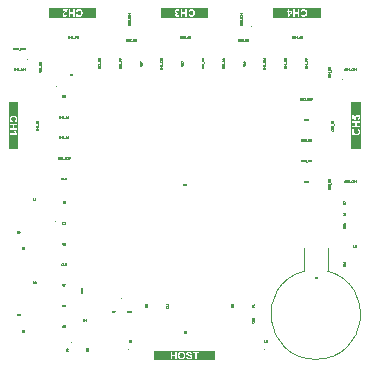
<source format=gto>
G04*
G04 #@! TF.GenerationSoftware,Altium Limited,Altium Designer,24.6.1 (21)*
G04*
G04 Layer_Color=65535*
%FSLAX44Y44*%
%MOMM*%
G71*
G04*
G04 #@! TF.SameCoordinates,48619F69-8EAF-4B2C-822E-4F61F1B6987E*
G04*
G04*
G04 #@! TF.FilePolarity,Positive*
G04*
G01*
G75*
%ADD10C,0.1000*%
%ADD11C,0.0200*%
G36*
X399000Y280250D02*
X391000D01*
Y320250D01*
X399000D01*
Y280250D01*
D02*
G37*
G36*
X175000Y399250D02*
Y391250D01*
X135000D01*
Y399250D01*
X175000D01*
D02*
G37*
G36*
X276000Y101250D02*
X224000D01*
Y109250D01*
X276000D01*
Y101250D01*
D02*
G37*
G36*
X270000Y399250D02*
Y391250D01*
X230000D01*
Y399250D01*
X270000D01*
D02*
G37*
G36*
X365000D02*
Y391250D01*
X325000D01*
Y399250D01*
X365000D01*
D02*
G37*
G36*
X109000Y280250D02*
X101000D01*
Y320250D01*
X109000D01*
Y280250D01*
D02*
G37*
%LPC*%
G36*
X398308Y308839D02*
Y306648D01*
X398303Y306750D01*
X398298Y306851D01*
X398271Y307041D01*
X398229Y307221D01*
X398174Y307388D01*
X398114Y307540D01*
X398040Y307684D01*
X397966Y307813D01*
X397882Y307929D01*
X397804Y308030D01*
X397730Y308123D01*
X397656Y308201D01*
X397596Y308261D01*
X397540Y308312D01*
X397499Y308349D01*
X397471Y308368D01*
X397462Y308377D01*
X397341Y308460D01*
X397221Y308529D01*
X397101Y308590D01*
X396981Y308645D01*
X396861Y308691D01*
X396745Y308728D01*
X396630Y308756D01*
X396523Y308784D01*
X396426Y308802D01*
X396334Y308816D01*
X396255Y308825D01*
X396186Y308830D01*
X396130Y308835D01*
X396089Y308839D01*
X396052D01*
X395876Y308835D01*
X395714Y308816D01*
X395557Y308788D01*
X395409Y308751D01*
X395275Y308710D01*
X395146Y308659D01*
X395030Y308608D01*
X394924Y308557D01*
X394831Y308502D01*
X394748Y308451D01*
X394674Y308405D01*
X394614Y308358D01*
X394568Y308321D01*
X394535Y308294D01*
X394512Y308275D01*
X394508Y308271D01*
X394401Y308160D01*
X394309Y308049D01*
X394230Y307933D01*
X394161Y307813D01*
X394106Y307697D01*
X394055Y307582D01*
X394018Y307471D01*
X393985Y307365D01*
X393962Y307267D01*
X393944Y307175D01*
X393930Y307096D01*
X393921Y307022D01*
X393916Y306967D01*
X393911Y306925D01*
Y306810D01*
X393921Y306731D01*
X393944Y306574D01*
X393976Y306435D01*
X393995Y306366D01*
X394013Y306306D01*
X394036Y306250D01*
X394055Y306200D01*
X394073Y306158D01*
X394087Y306116D01*
X394101Y306089D01*
X394110Y306066D01*
X394115Y306052D01*
X394119Y306047D01*
X393028Y306246D01*
Y308557D01*
X391882D01*
Y305317D01*
X395210Y304688D01*
X395354Y305677D01*
X395271Y305756D01*
X395201Y305839D01*
X395136Y305922D01*
X395086Y306001D01*
X395039Y306084D01*
X395002Y306163D01*
X394970Y306236D01*
X394947Y306311D01*
X394924Y306375D01*
X394910Y306435D01*
X394901Y306491D01*
X394896Y306537D01*
X394892Y306574D01*
X394887Y306602D01*
Y306625D01*
X394892Y306703D01*
X394901Y306777D01*
X394915Y306842D01*
X394933Y306912D01*
X394979Y307027D01*
X395007Y307078D01*
X395035Y307124D01*
X395062Y307166D01*
X395090Y307203D01*
X395113Y307235D01*
X395136Y307263D01*
X395155Y307281D01*
X395169Y307295D01*
X395178Y307304D01*
X395183Y307309D01*
X395243Y307355D01*
X395308Y307397D01*
X395372Y307434D01*
X395446Y307466D01*
X395520Y307489D01*
X395594Y307512D01*
X395737Y307545D01*
X395807Y307554D01*
X395867Y307563D01*
X395922Y307568D01*
X395973Y307572D01*
X396015Y307577D01*
X396043D01*
X396066D01*
X396070D01*
X396186Y307572D01*
X396292Y307568D01*
X396394Y307554D01*
X396486Y307536D01*
X396570Y307517D01*
X396648Y307494D01*
X396717Y307466D01*
X396782Y307443D01*
X396838Y307420D01*
X396884Y307392D01*
X396926Y307369D01*
X396958Y307351D01*
X396986Y307332D01*
X397004Y307323D01*
X397013Y307314D01*
X397018Y307309D01*
X397073Y307258D01*
X397120Y307207D01*
X397161Y307152D01*
X397198Y307096D01*
X397226Y307041D01*
X397254Y306990D01*
X397291Y306888D01*
X397309Y306796D01*
X397318Y306759D01*
X397323Y306727D01*
X397328Y306699D01*
Y306662D01*
X397323Y306602D01*
X397318Y306542D01*
X397291Y306426D01*
X397254Y306324D01*
X397207Y306236D01*
X397161Y306167D01*
X397143Y306135D01*
X397124Y306112D01*
X397110Y306093D01*
X397096Y306079D01*
X397092Y306070D01*
X397087Y306066D01*
X397041Y306019D01*
X396990Y305978D01*
X396884Y305913D01*
X396773Y305858D01*
X396667Y305816D01*
X396574Y305788D01*
X396533Y305779D01*
X396500Y305774D01*
X396473Y305765D01*
X396449D01*
X396436Y305760D01*
X396431D01*
X396560Y304540D01*
X396708Y304563D01*
X396842Y304600D01*
X396976Y304642D01*
X397096Y304688D01*
X397212Y304743D01*
X397314Y304799D01*
X397411Y304854D01*
X397499Y304914D01*
X397577Y304970D01*
X397642Y305025D01*
X397702Y305072D01*
X397748Y305118D01*
X397785Y305155D01*
X397813Y305182D01*
X397832Y305201D01*
X397836Y305206D01*
X397919Y305312D01*
X397993Y305428D01*
X398054Y305548D01*
X398109Y305668D01*
X398155Y305788D01*
X398192Y305908D01*
X398224Y306024D01*
X398248Y306135D01*
X398266Y306241D01*
X398285Y306338D01*
X398294Y306426D01*
X398298Y306500D01*
X398303Y306565D01*
X398308Y306611D01*
Y305908D01*
Y308839D01*
D02*
G37*
G36*
X398197Y303458D02*
X391799D01*
Y298345D01*
X398197D01*
Y302169D01*
Y299635D01*
X395400D01*
Y302169D01*
X398197D01*
Y303458D01*
D02*
G37*
G36*
X396246Y297231D02*
X396241D01*
X395844Y295979D01*
X395973Y295946D01*
X396093Y295909D01*
X396200Y295868D01*
X396306Y295826D01*
X396399Y295784D01*
X396482Y295738D01*
X396560Y295692D01*
X396625Y295650D01*
X396685Y295609D01*
X396736Y295572D01*
X396782Y295535D01*
X396814Y295502D01*
X396842Y295479D01*
X396865Y295461D01*
X396875Y295447D01*
X396879Y295442D01*
X396935Y295373D01*
X396986Y295299D01*
X397027Y295225D01*
X397064Y295147D01*
X397096Y295072D01*
X397124Y294998D01*
X397147Y294929D01*
X397161Y294865D01*
X397175Y294800D01*
X397184Y294740D01*
X397194Y294689D01*
X397198Y294647D01*
X397203Y294610D01*
Y294559D01*
X397198Y294430D01*
X397180Y294310D01*
X397157Y294194D01*
X397124Y294088D01*
X397083Y293986D01*
X397041Y293894D01*
X396995Y293811D01*
X396944Y293732D01*
X396898Y293662D01*
X396852Y293602D01*
X396810Y293547D01*
X396768Y293505D01*
X396736Y293473D01*
X396713Y293445D01*
X396694Y293431D01*
X396690Y293427D01*
X396583Y293348D01*
X396468Y293284D01*
X396338Y293223D01*
X396204Y293177D01*
X396061Y293136D01*
X395918Y293099D01*
X395774Y293071D01*
X395636Y293048D01*
X395502Y293029D01*
X395377Y293015D01*
X395261Y293006D01*
X395164Y293001D01*
X395118Y292997D01*
X395081D01*
X395049Y292992D01*
X395016D01*
X394998D01*
X394979D01*
X394970D01*
X394965D01*
X394757Y292997D01*
X394563Y293011D01*
X394388Y293034D01*
X394221Y293062D01*
X394073Y293094D01*
X393939Y293131D01*
X393814Y293172D01*
X393708Y293214D01*
X393611Y293251D01*
X393532Y293293D01*
X393463Y293330D01*
X393408Y293362D01*
X393366Y293390D01*
X393334Y293413D01*
X393315Y293427D01*
X393311Y293431D01*
X393218Y293519D01*
X393139Y293607D01*
X393075Y293704D01*
X393015Y293797D01*
X392964Y293894D01*
X392922Y293991D01*
X392890Y294083D01*
X392862Y294176D01*
X392839Y294259D01*
X392825Y294338D01*
X392811Y294407D01*
X392807Y294467D01*
X392802Y294513D01*
X392797Y294550D01*
Y294583D01*
X392802Y294680D01*
X392811Y294767D01*
X392825Y294855D01*
X392844Y294938D01*
X392867Y295012D01*
X392890Y295086D01*
X392918Y295151D01*
X392941Y295216D01*
X392968Y295267D01*
X392996Y295317D01*
X393019Y295359D01*
X393042Y295392D01*
X393061Y295419D01*
X393075Y295442D01*
X393084Y295452D01*
X393089Y295456D01*
X393144Y295521D01*
X393204Y295581D01*
X393269Y295637D01*
X393334Y295683D01*
X393398Y295724D01*
X393463Y295766D01*
X393588Y295831D01*
X393643Y295854D01*
X393699Y295877D01*
X393745Y295895D01*
X393787Y295909D01*
X393824Y295919D01*
X393847Y295928D01*
X393865Y295932D01*
X393870D01*
X393565Y297213D01*
X393426Y297171D01*
X393292Y297120D01*
X393172Y297069D01*
X393056Y297019D01*
X392954Y296963D01*
X392857Y296908D01*
X392770Y296852D01*
X392691Y296801D01*
X392622Y296751D01*
X392562Y296704D01*
X392506Y296663D01*
X392464Y296626D01*
X392432Y296598D01*
X392409Y296575D01*
X392395Y296561D01*
X392391Y296556D01*
X392266Y296413D01*
X392159Y296265D01*
X392067Y296108D01*
X391988Y295951D01*
X391919Y295789D01*
X391864Y295632D01*
X391817Y295475D01*
X391780Y295327D01*
X391753Y295188D01*
X391730Y295059D01*
X391716Y294948D01*
X391702Y294846D01*
Y294804D01*
X391697Y294763D01*
Y294730D01*
X391693Y294703D01*
Y297231D01*
D01*
Y291661D01*
Y294652D01*
X391697Y294527D01*
X391702Y294407D01*
X391730Y294171D01*
X391776Y293954D01*
X391831Y293746D01*
X391896Y293552D01*
X391974Y293376D01*
X392053Y293209D01*
X392136Y293062D01*
X392220Y292932D01*
X392298Y292817D01*
X392372Y292715D01*
X392441Y292632D01*
X392497Y292567D01*
X392543Y292521D01*
X392557Y292507D01*
X392571Y292493D01*
X392575Y292488D01*
X392580Y292484D01*
X392663Y292410D01*
X392751Y292340D01*
X392941Y292211D01*
X393135Y292105D01*
X393338Y292008D01*
X393546Y291929D01*
X393750Y291860D01*
X393953Y291809D01*
X394152Y291763D01*
X394337Y291730D01*
X394508Y291702D01*
X394586Y291693D01*
X394660Y291684D01*
X394730Y291679D01*
X394794Y291675D01*
X394855Y291670D01*
X394905Y291665D01*
X394952D01*
X394989Y291661D01*
X391693D01*
X398308D01*
X395058D01*
X395197Y291665D01*
X395335Y291670D01*
X395594Y291698D01*
X395839Y291735D01*
X396066Y291790D01*
X396278Y291850D01*
X396477Y291920D01*
X396653Y291994D01*
X396814Y292072D01*
X396958Y292146D01*
X397083Y292220D01*
X397138Y292257D01*
X397189Y292290D01*
X397235Y292322D01*
X397277Y292350D01*
X397314Y292377D01*
X397346Y292405D01*
X397374Y292424D01*
X397397Y292442D01*
X397416Y292461D01*
X397429Y292470D01*
X397434Y292479D01*
X397439D01*
X397517Y292558D01*
X397591Y292636D01*
X397660Y292719D01*
X397725Y292803D01*
X397841Y292978D01*
X397943Y293149D01*
X398026Y293330D01*
X398095Y293501D01*
X398155Y293672D01*
X398197Y293834D01*
X398234Y293986D01*
X398261Y294125D01*
X398280Y294254D01*
X398289Y294310D01*
X398294Y294361D01*
X398298Y294407D01*
X398303Y294448D01*
Y294485D01*
X398308Y294518D01*
Y294573D01*
X398303Y294763D01*
X398285Y294943D01*
X398261Y295114D01*
X398229Y295271D01*
X398187Y295424D01*
X398146Y295562D01*
X398100Y295692D01*
X398054Y295807D01*
X398007Y295914D01*
X397961Y296006D01*
X397915Y296085D01*
X397878Y296150D01*
X397845Y296200D01*
X397822Y296237D01*
X397804Y296261D01*
X397799Y296270D01*
X397697Y296390D01*
X397587Y296506D01*
X397466Y296607D01*
X397341Y296704D01*
X397212Y296792D01*
X397083Y296871D01*
X396953Y296940D01*
X396828Y297000D01*
X396713Y297056D01*
X396602Y297102D01*
X396500Y297143D01*
X396412Y297176D01*
X396343Y297199D01*
X396311Y297208D01*
X396287Y297218D01*
X396269Y297222D01*
X396255Y297227D01*
X396246Y297231D01*
D02*
G37*
%LPD*%
G36*
X394318Y299635D02*
X391799D01*
Y302169D01*
X394318D01*
Y299635D01*
D02*
G37*
%LPC*%
G36*
X156817Y398447D02*
X155527D01*
Y395650D01*
X152994D01*
Y398447D01*
X151704D01*
Y392049D01*
X156817D01*
Y398447D01*
D02*
G37*
G36*
X163501Y398558D02*
X157931D01*
Y391942D01*
Y396491D01*
X159184Y396094D01*
X159216Y396223D01*
X159253Y396343D01*
X159295Y396450D01*
X159336Y396556D01*
X159378Y396648D01*
X159424Y396732D01*
X159470Y396810D01*
X159512Y396875D01*
X159553Y396935D01*
X159591Y396986D01*
X159627Y397032D01*
X159660Y397065D01*
X159683Y397092D01*
X159701Y397115D01*
X159715Y397125D01*
X159720Y397129D01*
X159789Y397185D01*
X159863Y397236D01*
X159937Y397277D01*
X160016Y397314D01*
X160090Y397347D01*
X160164Y397374D01*
X160233Y397397D01*
X160298Y397411D01*
X160362Y397425D01*
X160423Y397434D01*
X160473Y397444D01*
X160515Y397448D01*
X160552Y397453D01*
X160603D01*
X160732Y397448D01*
X160853Y397430D01*
X160968Y397407D01*
X161074Y397374D01*
X161176Y397333D01*
X161269Y397291D01*
X161352Y397245D01*
X161430Y397194D01*
X161500Y397148D01*
X161560Y397102D01*
X161615Y397060D01*
X161657Y397018D01*
X161689Y396986D01*
X161717Y396963D01*
X161731Y396944D01*
X161735Y396940D01*
X161814Y396833D01*
X161879Y396718D01*
X161939Y396588D01*
X161985Y396454D01*
X162027Y396311D01*
X162064Y396168D01*
X162091Y396025D01*
X162115Y395886D01*
X162133Y395752D01*
X162147Y395627D01*
X162156Y395511D01*
X162161Y395414D01*
X162165Y395368D01*
Y395331D01*
X162170Y395299D01*
Y395266D01*
Y395248D01*
Y395229D01*
Y395220D01*
Y395215D01*
X162165Y395007D01*
X162152Y394813D01*
X162128Y394638D01*
X162101Y394471D01*
X162068Y394323D01*
X162031Y394189D01*
X161990Y394064D01*
X161948Y393958D01*
X161911Y393861D01*
X161870Y393782D01*
X161833Y393713D01*
X161800Y393658D01*
X161772Y393616D01*
X161749Y393584D01*
X161735Y393565D01*
X161731Y393560D01*
X161643Y393468D01*
X161555Y393390D01*
X161458Y393325D01*
X161366Y393265D01*
X161269Y393214D01*
X161171Y393172D01*
X161079Y393140D01*
X160986Y393112D01*
X160903Y393089D01*
X160825Y393075D01*
X160755Y393061D01*
X160695Y393057D01*
X160649Y393052D01*
X160612Y393047D01*
X160580D01*
X160483Y393052D01*
X160395Y393061D01*
X160307Y393075D01*
X160224Y393094D01*
X160150Y393117D01*
X160076Y393140D01*
X160011Y393168D01*
X159946Y393191D01*
X159896Y393218D01*
X159845Y393246D01*
X159803Y393269D01*
X159771Y393292D01*
X159743Y393311D01*
X159720Y393325D01*
X159711Y393334D01*
X159706Y393339D01*
X159641Y393394D01*
X159581Y393454D01*
X159526Y393519D01*
X159480Y393584D01*
X159438Y393648D01*
X159396Y393713D01*
X159332Y393838D01*
X159309Y393893D01*
X159285Y393949D01*
X159267Y393995D01*
X159253Y394037D01*
X159244Y394074D01*
X159235Y394097D01*
X159230Y394115D01*
Y394120D01*
X157949Y393815D01*
X157991Y393676D01*
X158042Y393542D01*
X158093Y393422D01*
X158144Y393306D01*
X158199Y393204D01*
X158254Y393107D01*
X158310Y393020D01*
X158361Y392941D01*
X158412Y392872D01*
X158458Y392812D01*
X158499Y392756D01*
X158537Y392715D01*
X158564Y392682D01*
X158587Y392659D01*
X158601Y392645D01*
X158606Y392641D01*
X158749Y392516D01*
X158897Y392409D01*
X159054Y392317D01*
X159211Y392238D01*
X159373Y392169D01*
X159530Y392114D01*
X159688Y392067D01*
X159836Y392030D01*
X159974Y392003D01*
X160104Y391979D01*
X160215Y391966D01*
X160316Y391952D01*
X160358D01*
X160399Y391947D01*
X160432D01*
X160459Y391942D01*
X160510D01*
X163501D01*
X160510D01*
X160635Y391947D01*
X160755Y391952D01*
X160991Y391979D01*
X161208Y392026D01*
X161416Y392081D01*
X161611Y392146D01*
X161786Y392225D01*
X161953Y392303D01*
X162101Y392386D01*
X162230Y392469D01*
X162346Y392548D01*
X162447Y392622D01*
X162531Y392691D01*
X162595Y392747D01*
X162642Y392793D01*
X162655Y392807D01*
X162669Y392821D01*
X162674Y392826D01*
X162679Y392830D01*
X162752Y392913D01*
X162822Y393001D01*
X162951Y393191D01*
X163058Y393385D01*
X163155Y393588D01*
X163233Y393796D01*
X163303Y394000D01*
X163353Y394203D01*
X163400Y394402D01*
X163432Y394587D01*
X163460Y394758D01*
X163469Y394836D01*
X163478Y394910D01*
X163483Y394980D01*
X163487Y395044D01*
X163492Y395104D01*
X163497Y395155D01*
Y395202D01*
X163501Y395239D01*
Y395308D01*
X163497Y395447D01*
X163492Y395585D01*
X163464Y395844D01*
X163427Y396089D01*
X163372Y396316D01*
X163312Y396528D01*
X163242Y396727D01*
X163169Y396903D01*
X163090Y397065D01*
X163016Y397208D01*
X162942Y397333D01*
X162905Y397388D01*
X162873Y397439D01*
X162840Y397485D01*
X162813Y397527D01*
X162785Y397564D01*
X162757Y397596D01*
X162739Y397624D01*
X162720Y397647D01*
X162702Y397665D01*
X162692Y397679D01*
X162683Y397684D01*
Y397689D01*
X162605Y397767D01*
X162526Y397841D01*
X162443Y397911D01*
X162360Y397975D01*
X162184Y398091D01*
X162013Y398192D01*
X161833Y398276D01*
X161661Y398345D01*
X161490Y398405D01*
X161329Y398447D01*
X161176Y398484D01*
X161037Y398512D01*
X160908Y398530D01*
X160853Y398539D01*
X160802Y398544D01*
X160755Y398549D01*
X160714Y398553D01*
X160677D01*
X160644Y398558D01*
X163501D01*
D02*
G37*
G36*
X150798Y398447D02*
X146499D01*
Y392026D01*
D01*
Y393810D01*
X146503Y393671D01*
X146522Y393537D01*
X146550Y393408D01*
X146582Y393288D01*
X146623Y393177D01*
X146670Y393070D01*
X146721Y392978D01*
X146771Y392890D01*
X146822Y392812D01*
X146873Y392738D01*
X146919Y392682D01*
X146961Y392631D01*
X146993Y392590D01*
X147021Y392562D01*
X147040Y392543D01*
X147044Y392539D01*
X147150Y392446D01*
X147261Y392368D01*
X147382Y392303D01*
X147507Y392243D01*
X147627Y392192D01*
X147752Y392150D01*
X147876Y392118D01*
X147992Y392090D01*
X148103Y392067D01*
X148204Y392053D01*
X148297Y392040D01*
X148376Y392035D01*
X148440Y392030D01*
X148491Y392026D01*
X148533D01*
X148690Y392030D01*
X148842Y392044D01*
X148986Y392067D01*
X149124Y392095D01*
X149249Y392127D01*
X149369Y392164D01*
X149480Y392206D01*
X149578Y392248D01*
X149665Y392289D01*
X149748Y392331D01*
X149813Y392368D01*
X149873Y392400D01*
X149915Y392428D01*
X149947Y392451D01*
X149970Y392465D01*
X149975Y392469D01*
X150077Y392557D01*
X150169Y392659D01*
X150252Y392765D01*
X150322Y392881D01*
X150386Y393001D01*
X150442Y393121D01*
X150488Y393242D01*
X150530Y393362D01*
X150562Y393473D01*
X150590Y393579D01*
X150613Y393671D01*
X150627Y393755D01*
X150641Y393824D01*
X150645Y393852D01*
X150650Y393875D01*
Y393893D01*
X150655Y393907D01*
Y393917D01*
Y393921D01*
X149434Y394041D01*
X149425Y393944D01*
X149416Y393856D01*
X149397Y393773D01*
X149379Y393695D01*
X149360Y393625D01*
X149337Y393560D01*
X149314Y393505D01*
X149291Y393454D01*
X149268Y393413D01*
X149249Y393376D01*
X149231Y393343D01*
X149212Y393320D01*
X149198Y393297D01*
X149185Y393283D01*
X149180Y393279D01*
X149175Y393274D01*
X149129Y393232D01*
X149083Y393195D01*
X149032Y393168D01*
X148986Y393140D01*
X148879Y393098D01*
X148782Y393070D01*
X148694Y393057D01*
X148658Y393047D01*
X148625D01*
X148597Y393043D01*
X148560D01*
X148491Y393047D01*
X148422Y393052D01*
X148302Y393075D01*
X148195Y393112D01*
X148107Y393154D01*
X148075Y393172D01*
X148043Y393195D01*
X148015Y393214D01*
X147992Y393228D01*
X147973Y393246D01*
X147959Y393255D01*
X147955Y393260D01*
X147950Y393265D01*
X147913Y393306D01*
X147876Y393357D01*
X147821Y393454D01*
X147784Y393560D01*
X147756Y393662D01*
X147738Y393755D01*
X147733Y393792D01*
Y393824D01*
X147728Y393856D01*
Y393875D01*
Y393889D01*
Y393893D01*
X147733Y393963D01*
X147738Y394032D01*
X147770Y394171D01*
X147807Y394296D01*
X147853Y394411D01*
X147881Y394462D01*
X147904Y394508D01*
X147922Y394545D01*
X147941Y394582D01*
X147959Y394610D01*
X147973Y394628D01*
X147978Y394642D01*
X147983Y394647D01*
X148024Y394702D01*
X148080Y394772D01*
X148144Y394846D01*
X148223Y394924D01*
X148302Y395012D01*
X148389Y395095D01*
X148560Y395271D01*
X148648Y395354D01*
X148727Y395433D01*
X148801Y395502D01*
X148866Y395567D01*
X148921Y395618D01*
X148963Y395659D01*
X148990Y395682D01*
X148995Y395687D01*
X149000Y395692D01*
X149185Y395867D01*
X149356Y396034D01*
X149508Y396186D01*
X149651Y396334D01*
X149776Y396473D01*
X149892Y396598D01*
X149989Y396713D01*
X150077Y396820D01*
X150151Y396912D01*
X150215Y396995D01*
X150271Y397065D01*
X150312Y397120D01*
X150340Y397166D01*
X150363Y397199D01*
X150377Y397222D01*
X150382Y397226D01*
X150442Y397337D01*
X150497Y397444D01*
X150548Y397555D01*
X150595Y397661D01*
X150632Y397767D01*
X150664Y397864D01*
X150696Y397961D01*
X150719Y398054D01*
X150742Y398137D01*
X150756Y398211D01*
X150770Y398280D01*
X150779Y398336D01*
X150789Y398382D01*
X150793Y398419D01*
X150798Y398438D01*
Y398447D01*
D02*
G37*
%LPD*%
G36*
X160510Y391942D02*
D01*
D01*
D01*
D02*
G37*
G36*
X155527Y392049D02*
X152994D01*
Y394568D01*
X155527D01*
Y392049D01*
D02*
G37*
G36*
X160399Y398553D02*
X160219Y398535D01*
X160048Y398512D01*
X159891Y398479D01*
X159738Y398438D01*
X159600Y398396D01*
X159470Y398350D01*
X159355Y398303D01*
X159248Y398257D01*
X159156Y398211D01*
X159077Y398165D01*
X159013Y398128D01*
X158962Y398096D01*
X158925Y398072D01*
X158902Y398054D01*
X158892Y398049D01*
X158772Y397948D01*
X158657Y397837D01*
X158555Y397716D01*
X158458Y397592D01*
X158370Y397462D01*
X158292Y397333D01*
X158222Y397203D01*
X158162Y397079D01*
X158106Y396963D01*
X158060Y396852D01*
X158019Y396750D01*
X157986Y396662D01*
X157963Y396593D01*
X157954Y396561D01*
X157945Y396538D01*
X157940Y396519D01*
X157935Y396505D01*
X157931Y396496D01*
Y398558D01*
X160589D01*
X160399Y398553D01*
D02*
G37*
G36*
X148903Y397249D02*
X148861Y397189D01*
X148819Y397129D01*
X148778Y397079D01*
X148745Y397037D01*
X148713Y397000D01*
X148694Y396981D01*
X148690Y396972D01*
X148658Y396935D01*
X148611Y396889D01*
X148565Y396843D01*
X148510Y396787D01*
X148385Y396672D01*
X148260Y396552D01*
X148200Y396496D01*
X148144Y396441D01*
X148089Y396394D01*
X148043Y396353D01*
X148006Y396316D01*
X147973Y396288D01*
X147955Y396269D01*
X147950Y396265D01*
X147844Y396168D01*
X147747Y396075D01*
X147659Y395992D01*
X147580Y395914D01*
X147507Y395840D01*
X147442Y395770D01*
X147382Y395710D01*
X147331Y395655D01*
X147285Y395608D01*
X147248Y395567D01*
X147215Y395530D01*
X147188Y395498D01*
X147169Y395474D01*
X147155Y395461D01*
X147150Y395451D01*
X147146Y395447D01*
X147030Y395289D01*
X146929Y395141D01*
X146845Y395003D01*
X146808Y394938D01*
X146776Y394878D01*
X146748Y394827D01*
X146725Y394776D01*
X146702Y394735D01*
X146684Y394702D01*
X146674Y394670D01*
X146665Y394651D01*
X146656Y394638D01*
Y394633D01*
X146605Y394485D01*
X146563Y394337D01*
X146536Y394198D01*
X146517Y394074D01*
X146513Y394018D01*
X146508Y393967D01*
X146503Y393921D01*
X146499Y393884D01*
Y397310D01*
X148940D01*
X148903Y397249D01*
D02*
G37*
%LPC*%
G36*
X256278Y108560D02*
X251077D01*
X253638D01*
X253504Y108555D01*
X253375Y108551D01*
X253250Y108541D01*
X253130Y108523D01*
X253019Y108509D01*
X252917Y108490D01*
X252820Y108467D01*
X252732Y108449D01*
X252654Y108426D01*
X252584Y108407D01*
X252524Y108384D01*
X252473Y108370D01*
X252436Y108357D01*
X252404Y108343D01*
X252385Y108338D01*
X252381Y108333D01*
X252284Y108292D01*
X252196Y108241D01*
X252113Y108190D01*
X252034Y108139D01*
X251965Y108084D01*
X251900Y108033D01*
X251840Y107977D01*
X251784Y107927D01*
X251738Y107876D01*
X251697Y107834D01*
X251660Y107793D01*
X251632Y107755D01*
X251609Y107728D01*
X251595Y107705D01*
X251586Y107691D01*
X251581Y107686D01*
X251535Y107608D01*
X251493Y107524D01*
X251456Y107446D01*
X251424Y107363D01*
X251396Y107284D01*
X251373Y107210D01*
X251359Y107136D01*
X251341Y107071D01*
X251331Y107007D01*
X251322Y106946D01*
X251318Y106896D01*
X251313Y106854D01*
X251308Y106817D01*
Y106794D01*
Y106776D01*
Y106771D01*
X251313Y106632D01*
X251331Y106498D01*
X251364Y106369D01*
X251401Y106249D01*
X251442Y106138D01*
X251493Y106031D01*
X251549Y105934D01*
X251604Y105846D01*
X251655Y105763D01*
X251710Y105694D01*
X251761Y105629D01*
X251803Y105578D01*
X251840Y105541D01*
X251872Y105509D01*
X251891Y105490D01*
X251895Y105486D01*
X251983Y105416D01*
X252080Y105352D01*
X252187Y105287D01*
X252302Y105227D01*
X252418Y105171D01*
X252542Y105120D01*
X252663Y105074D01*
X252783Y105028D01*
X252894Y104991D01*
X253000Y104954D01*
X253097Y104922D01*
X253185Y104899D01*
X253255Y104880D01*
X253282Y104871D01*
X253305Y104866D01*
X253324Y104857D01*
X253338D01*
X253347Y104852D01*
X253351D01*
X253495Y104815D01*
X253629Y104783D01*
X253749Y104755D01*
X253855Y104728D01*
X253953Y104700D01*
X254036Y104677D01*
X254110Y104658D01*
X254174Y104640D01*
X254225Y104626D01*
X254272Y104612D01*
X254308Y104598D01*
X254341Y104589D01*
X254359Y104584D01*
X254378Y104580D01*
X254382Y104575D01*
X254387D01*
X254447Y104552D01*
X254503Y104529D01*
X254600Y104483D01*
X254683Y104432D01*
X254748Y104390D01*
X254794Y104348D01*
X254826Y104321D01*
X254849Y104302D01*
X254854Y104293D01*
X254900Y104233D01*
X254932Y104168D01*
X254956Y104103D01*
X254970Y104043D01*
X254983Y103988D01*
X254988Y103946D01*
Y103919D01*
Y103914D01*
Y103909D01*
X254983Y103845D01*
X254974Y103780D01*
X254960Y103724D01*
X254937Y103664D01*
X254886Y103563D01*
X254831Y103470D01*
X254799Y103433D01*
X254771Y103396D01*
X254743Y103369D01*
X254720Y103341D01*
X254697Y103322D01*
X254683Y103308D01*
X254674Y103299D01*
X254669Y103294D01*
X254609Y103248D01*
X254540Y103207D01*
X254466Y103174D01*
X254392Y103142D01*
X254313Y103119D01*
X254235Y103096D01*
X254082Y103063D01*
X254013Y103054D01*
X253943Y103045D01*
X253883Y103040D01*
X253832Y103036D01*
X253791Y103031D01*
X253731D01*
X253624Y103036D01*
X253523Y103045D01*
X253426Y103059D01*
X253333Y103077D01*
X253250Y103100D01*
X253176Y103124D01*
X253102Y103151D01*
X253042Y103179D01*
X252982Y103207D01*
X252936Y103234D01*
X252889Y103258D01*
X252857Y103281D01*
X252829Y103299D01*
X252811Y103313D01*
X252797Y103322D01*
X252792Y103327D01*
X252732Y103387D01*
X252672Y103452D01*
X252621Y103521D01*
X252575Y103595D01*
X252533Y103674D01*
X252496Y103752D01*
X252432Y103905D01*
X252409Y103974D01*
X252390Y104039D01*
X252372Y104099D01*
X252358Y104154D01*
X252348Y104196D01*
X252339Y104228D01*
X252334Y104247D01*
Y104256D01*
X251077Y104136D01*
X251105Y103942D01*
X251147Y103757D01*
X251193Y103586D01*
X251253Y103424D01*
X251313Y103281D01*
X251378Y103147D01*
X251442Y103022D01*
X251512Y102915D01*
X251576Y102818D01*
X251637Y102735D01*
X251697Y102661D01*
X251747Y102606D01*
X251789Y102559D01*
X251821Y102527D01*
X251840Y102504D01*
X251849Y102499D01*
X251979Y102402D01*
X252117Y102315D01*
X252265Y102240D01*
X252418Y102176D01*
X252570Y102120D01*
X252728Y102079D01*
X252880Y102042D01*
X253028Y102009D01*
X253167Y101986D01*
X253296Y101968D01*
X253416Y101959D01*
X253518Y101949D01*
X253560Y101945D01*
X253601D01*
X253633Y101940D01*
X251077D01*
X256278D01*
Y103914D01*
X256273Y104025D01*
X256269Y104131D01*
X256255Y104233D01*
X256236Y104330D01*
X256218Y104418D01*
X256195Y104501D01*
X256171Y104580D01*
X256148Y104649D01*
X256125Y104714D01*
X256102Y104769D01*
X256079Y104815D01*
X256061Y104857D01*
X256042Y104889D01*
X256028Y104913D01*
X256024Y104926D01*
X256019Y104931D01*
X255968Y105005D01*
X255917Y105079D01*
X255802Y105208D01*
X255742Y105268D01*
X255681Y105319D01*
X255626Y105370D01*
X255571Y105412D01*
X255515Y105453D01*
X255469Y105486D01*
X255423Y105513D01*
X255386Y105541D01*
X255353Y105560D01*
X255330Y105574D01*
X255316Y105578D01*
X255312Y105583D01*
X255224Y105629D01*
X255122Y105671D01*
X255016Y105717D01*
X254905Y105758D01*
X254674Y105837D01*
X254558Y105869D01*
X254447Y105906D01*
X254341Y105934D01*
X254244Y105962D01*
X254151Y105985D01*
X254073Y106008D01*
X254008Y106022D01*
X253962Y106036D01*
X253943Y106040D01*
X253929D01*
X253925Y106045D01*
X253920D01*
X253754Y106087D01*
X253596Y106128D01*
X253463Y106165D01*
X253338Y106207D01*
X253227Y106244D01*
X253130Y106281D01*
X253046Y106313D01*
X252973Y106346D01*
X252912Y106373D01*
X252861Y106396D01*
X252820Y106419D01*
X252788Y106438D01*
X252760Y106456D01*
X252746Y106466D01*
X252737Y106475D01*
X252732D01*
X252667Y106540D01*
X252621Y106604D01*
X252589Y106669D01*
X252566Y106729D01*
X252552Y106785D01*
X252547Y106826D01*
X252542Y106854D01*
Y106859D01*
Y106863D01*
X252547Y106910D01*
X252552Y106951D01*
X252575Y107030D01*
X252607Y107094D01*
X252644Y107150D01*
X252681Y107196D01*
X252714Y107228D01*
X252737Y107252D01*
X252746Y107256D01*
X252811Y107298D01*
X252875Y107335D01*
X252945Y107367D01*
X253019Y107395D01*
X253167Y107437D01*
X253305Y107464D01*
X253375Y107473D01*
X253435Y107478D01*
X253490Y107483D01*
X253536Y107487D01*
X253573Y107492D01*
X253726D01*
X253823Y107483D01*
X253906Y107473D01*
X253985Y107460D01*
X254059Y107441D01*
X254128Y107423D01*
X254188Y107404D01*
X254244Y107386D01*
X254290Y107363D01*
X254332Y107344D01*
X254369Y107326D01*
X254396Y107307D01*
X254419Y107293D01*
X254433Y107284D01*
X254443Y107279D01*
X254447Y107275D01*
X254498Y107233D01*
X254540Y107182D01*
X254618Y107071D01*
X254678Y106956D01*
X254729Y106840D01*
X254748Y106785D01*
X254762Y106734D01*
X254775Y106688D01*
X254785Y106646D01*
X254794Y106614D01*
X254799Y106591D01*
X254803Y106572D01*
Y106567D01*
X256093Y106623D01*
X256079Y106785D01*
X256056Y106937D01*
X256024Y107081D01*
X255977Y107215D01*
X255931Y107339D01*
X255876Y107455D01*
X255820Y107561D01*
X255760Y107654D01*
X255700Y107742D01*
X255644Y107816D01*
X255594Y107880D01*
X255547Y107931D01*
X255506Y107973D01*
X255478Y108005D01*
X255459Y108024D01*
X255450Y108028D01*
X255330Y108121D01*
X255201Y108204D01*
X255057Y108273D01*
X254914Y108338D01*
X254762Y108389D01*
X254609Y108430D01*
X254461Y108467D01*
X254318Y108495D01*
X254179Y108514D01*
X254054Y108532D01*
X253939Y108546D01*
X253837Y108551D01*
X253791Y108555D01*
X253754D01*
X253721Y108560D01*
X256278D01*
D01*
D02*
G37*
G36*
X243117Y108454D02*
X241827D01*
Y105934D01*
X239294D01*
Y108454D01*
X238004D01*
Y102056D01*
X243117D01*
Y108454D01*
D02*
G37*
G36*
X256911Y105934D02*
Y105911D01*
D01*
Y105934D01*
D02*
G37*
G36*
X247346Y108560D02*
X247282D01*
X247139Y108555D01*
X247000Y108551D01*
X246866Y108537D01*
X246736Y108518D01*
X246616Y108500D01*
X246500Y108481D01*
X246399Y108458D01*
X246302Y108435D01*
X246214Y108407D01*
X246135Y108384D01*
X246066Y108366D01*
X246010Y108347D01*
X245964Y108329D01*
X245932Y108315D01*
X245914Y108310D01*
X245904Y108306D01*
X245821Y108269D01*
X245738Y108227D01*
X245585Y108135D01*
X245442Y108038D01*
X245377Y107991D01*
X245317Y107945D01*
X245266Y107903D01*
X245215Y107862D01*
X245174Y107825D01*
X245137Y107793D01*
X245109Y107765D01*
X245091Y107746D01*
X245077Y107732D01*
X245072Y107728D01*
X244938Y107580D01*
X244823Y107427D01*
X244721Y107279D01*
X244638Y107145D01*
X244601Y107081D01*
X244568Y107025D01*
X244541Y106974D01*
X244522Y106933D01*
X244503Y106896D01*
X244490Y106873D01*
X244485Y106854D01*
X244480Y106849D01*
X244429Y106720D01*
X244383Y106591D01*
X244346Y106452D01*
X244314Y106313D01*
X244286Y106179D01*
X244258Y106040D01*
X244240Y105911D01*
X244226Y105782D01*
X244212Y105666D01*
X244203Y105555D01*
X244198Y105458D01*
X244194Y105375D01*
X244189Y105305D01*
Y108560D01*
D01*
Y101945D01*
Y105213D01*
X244194Y105070D01*
X244198Y104936D01*
X244226Y104672D01*
X244268Y104423D01*
X244319Y104191D01*
X244383Y103979D01*
X244457Y103780D01*
X244531Y103600D01*
X244610Y103438D01*
X244688Y103294D01*
X244725Y103230D01*
X244762Y103170D01*
X244799Y103114D01*
X244836Y103063D01*
X244869Y103017D01*
X244901Y102976D01*
X244929Y102939D01*
X244952Y102906D01*
X244975Y102879D01*
X244993Y102855D01*
X245012Y102837D01*
X245021Y102823D01*
X245030Y102818D01*
Y102814D01*
X245109Y102735D01*
X245197Y102661D01*
X245280Y102592D01*
X245368Y102527D01*
X245553Y102412D01*
X245742Y102310D01*
X245932Y102227D01*
X246117Y102157D01*
X246302Y102097D01*
X246482Y102056D01*
X246649Y102019D01*
X246806Y101991D01*
X246875Y101982D01*
X246944Y101972D01*
X247004Y101963D01*
X247064Y101959D01*
X247115Y101954D01*
X247162Y101949D01*
X247203D01*
X247236Y101945D01*
X250398D01*
D01*
X247300D01*
X247430Y101949D01*
X247559Y101954D01*
X247804Y101982D01*
X248031Y102023D01*
X248248Y102083D01*
X248447Y102148D01*
X248632Y102222D01*
X248803Y102301D01*
X248955Y102384D01*
X249089Y102462D01*
X249209Y102541D01*
X249316Y102615D01*
X249399Y102684D01*
X249436Y102712D01*
X249464Y102740D01*
X249492Y102763D01*
X249515Y102781D01*
X249529Y102795D01*
X249542Y102809D01*
X249547Y102814D01*
X249552Y102818D01*
X249630Y102902D01*
X249699Y102989D01*
X249769Y103082D01*
X249829Y103174D01*
X249944Y103369D01*
X250042Y103567D01*
X250125Y103766D01*
X250189Y103969D01*
X250245Y104168D01*
X250291Y104358D01*
X250328Y104538D01*
X250351Y104705D01*
X250365Y104783D01*
X250370Y104857D01*
X250379Y104922D01*
X250384Y104986D01*
X250388Y105042D01*
X250393Y105093D01*
Y105134D01*
X250398Y105171D01*
Y105384D01*
X250388Y105527D01*
X250361Y105795D01*
X250319Y106045D01*
X250264Y106281D01*
X250199Y106498D01*
X250129Y106701D01*
X250051Y106882D01*
X249972Y107048D01*
X249931Y107122D01*
X249894Y107191D01*
X249852Y107261D01*
X249815Y107321D01*
X249778Y107376D01*
X249746Y107432D01*
X249713Y107478D01*
X249681Y107520D01*
X249653Y107557D01*
X249626Y107589D01*
X249602Y107617D01*
X249584Y107640D01*
X249570Y107658D01*
X249556Y107672D01*
X249552Y107677D01*
X249547Y107682D01*
X249464Y107760D01*
X249381Y107834D01*
X249293Y107908D01*
X249205Y107973D01*
X249020Y108088D01*
X248835Y108190D01*
X248645Y108273D01*
X248456Y108347D01*
X248271Y108403D01*
X248095Y108449D01*
X247929Y108486D01*
X247776Y108514D01*
X247703Y108523D01*
X247638Y108532D01*
X247573Y108541D01*
X247518Y108546D01*
X247462Y108551D01*
X247416Y108555D01*
X247379D01*
X247346Y108560D01*
D02*
G37*
G36*
X256911Y102781D02*
Y102767D01*
D01*
Y102781D01*
D02*
G37*
G36*
X261996Y108454D02*
X256911D01*
Y107372D01*
X258811D01*
Y102056D01*
X260101D01*
Y107372D01*
X261996D01*
Y108454D01*
D02*
G37*
%LPD*%
G36*
X256278Y101940D02*
X253717D01*
X253869Y101945D01*
X254017Y101949D01*
X254156Y101963D01*
X254285Y101977D01*
X254405Y101995D01*
X254521Y102014D01*
X254627Y102032D01*
X254725Y102056D01*
X254808Y102079D01*
X254886Y102097D01*
X254951Y102116D01*
X255002Y102134D01*
X255048Y102148D01*
X255081Y102162D01*
X255099Y102167D01*
X255104Y102171D01*
X255205Y102217D01*
X255302Y102268D01*
X255390Y102324D01*
X255473Y102384D01*
X255552Y102439D01*
X255621Y102499D01*
X255686Y102559D01*
X255746Y102615D01*
X255797Y102670D01*
X255843Y102721D01*
X255880Y102767D01*
X255913Y102804D01*
X255936Y102837D01*
X255954Y102865D01*
X255963Y102879D01*
X255968Y102883D01*
X256024Y102976D01*
X256070Y103063D01*
X256111Y103156D01*
X256148Y103248D01*
X256176Y103336D01*
X256204Y103419D01*
X256222Y103503D01*
X256241Y103581D01*
X256250Y103651D01*
X256259Y103715D01*
X256269Y103771D01*
X256273Y103821D01*
X256278Y103858D01*
Y101940D01*
D02*
G37*
G36*
X241827Y102056D02*
X239294D01*
Y104852D01*
X241827D01*
Y102056D01*
D02*
G37*
G36*
X247444Y107450D02*
X247582Y107432D01*
X247712Y107404D01*
X247832Y107372D01*
X247948Y107330D01*
X248054Y107284D01*
X248151Y107233D01*
X248239Y107187D01*
X248317Y107136D01*
X248387Y107085D01*
X248442Y107039D01*
X248493Y106997D01*
X248530Y106965D01*
X248558Y106937D01*
X248576Y106919D01*
X248581Y106914D01*
X248669Y106808D01*
X248743Y106688D01*
X248807Y106563D01*
X248863Y106429D01*
X248909Y106295D01*
X248946Y106156D01*
X248978Y106022D01*
X249006Y105892D01*
X249025Y105768D01*
X249039Y105652D01*
X249052Y105546D01*
X249057Y105453D01*
X249062Y105412D01*
Y105379D01*
X249066Y105347D01*
Y105319D01*
Y105301D01*
Y105287D01*
Y105278D01*
Y105273D01*
X249062Y105070D01*
X249043Y104880D01*
X249020Y104705D01*
X248988Y104543D01*
X248951Y104395D01*
X248909Y104256D01*
X248863Y104131D01*
X248817Y104020D01*
X248770Y103923D01*
X248724Y103840D01*
X248682Y103766D01*
X248645Y103711D01*
X248613Y103664D01*
X248590Y103632D01*
X248572Y103609D01*
X248567Y103604D01*
X248470Y103507D01*
X248368Y103419D01*
X248267Y103345D01*
X248160Y103285D01*
X248054Y103230D01*
X247948Y103184D01*
X247846Y103147D01*
X247744Y103119D01*
X247652Y103096D01*
X247568Y103077D01*
X247490Y103068D01*
X247425Y103059D01*
X247370Y103054D01*
X247328Y103049D01*
X247296D01*
X247152Y103054D01*
X247018Y103073D01*
X246894Y103100D01*
X246769Y103137D01*
X246658Y103179D01*
X246551Y103225D01*
X246454Y103276D01*
X246367Y103331D01*
X246288Y103382D01*
X246219Y103433D01*
X246159Y103479D01*
X246112Y103521D01*
X246071Y103558D01*
X246043Y103586D01*
X246024Y103604D01*
X246020Y103609D01*
X245932Y103720D01*
X245853Y103840D01*
X245789Y103969D01*
X245733Y104103D01*
X245682Y104238D01*
X245641Y104376D01*
X245608Y104510D01*
X245585Y104640D01*
X245562Y104765D01*
X245548Y104880D01*
X245534Y104986D01*
X245530Y105074D01*
X245525Y105153D01*
X245520Y105181D01*
Y105208D01*
Y105227D01*
Y105241D01*
Y105250D01*
Y105255D01*
X245525Y105453D01*
X245544Y105643D01*
X245567Y105819D01*
X245595Y105980D01*
X245632Y106128D01*
X245673Y106262D01*
X245719Y106383D01*
X245765Y106494D01*
X245807Y106591D01*
X245853Y106674D01*
X245895Y106743D01*
X245932Y106803D01*
X245960Y106849D01*
X245987Y106877D01*
X246001Y106900D01*
X246006Y106905D01*
X246103Y107002D01*
X246200Y107085D01*
X246306Y107159D01*
X246413Y107224D01*
X246524Y107275D01*
X246630Y107321D01*
X246736Y107358D01*
X246833Y107386D01*
X246931Y107409D01*
X247018Y107427D01*
X247097Y107437D01*
X247162Y107446D01*
X247217Y107450D01*
X247259Y107455D01*
X247296D01*
X247444Y107450D01*
D02*
G37*
%LPC*%
G36*
X243653Y398558D02*
X243616D01*
X243449Y398553D01*
X243288Y398530D01*
X243135Y398502D01*
X242992Y398465D01*
X242853Y398419D01*
X242728Y398368D01*
X242613Y398317D01*
X242507Y398262D01*
X242414Y398206D01*
X242326Y398151D01*
X242257Y398105D01*
X242197Y398059D01*
X242150Y398022D01*
X242113Y397989D01*
X242095Y397971D01*
X242086Y397966D01*
X241975Y397850D01*
X241882Y397735D01*
X241799Y397615D01*
X241725Y397490D01*
X241670Y397370D01*
X241619Y397249D01*
X241577Y397134D01*
X241545Y397023D01*
X241517Y396921D01*
X241499Y396829D01*
X241485Y396741D01*
X241476Y396672D01*
X241471Y396612D01*
X241466Y396565D01*
Y396588D01*
Y396528D01*
X241471Y396422D01*
X241480Y396320D01*
X241499Y396223D01*
X241517Y396131D01*
X241540Y396043D01*
X241568Y395960D01*
X241600Y395886D01*
X241628Y395816D01*
X241660Y395756D01*
X241693Y395701D01*
X241721Y395650D01*
X241744Y395613D01*
X241762Y395581D01*
X241781Y395558D01*
X241790Y395544D01*
X241795Y395539D01*
X241859Y395465D01*
X241929Y395400D01*
X241998Y395336D01*
X242072Y395285D01*
X242141Y395234D01*
X242215Y395192D01*
X242289Y395155D01*
X242358Y395123D01*
X242423Y395095D01*
X242483Y395072D01*
X242534Y395049D01*
X242580Y395035D01*
X242622Y395026D01*
X242650Y395017D01*
X242668Y395012D01*
X242673D01*
X242590Y394966D01*
X242511Y394915D01*
X242437Y394864D01*
X242368Y394809D01*
X242303Y394758D01*
X242243Y394702D01*
X242137Y394591D01*
X242049Y394476D01*
X241975Y394365D01*
X241915Y394254D01*
X241864Y394152D01*
X241827Y394050D01*
X241799Y393958D01*
X241776Y393880D01*
X241762Y393806D01*
X241753Y393745D01*
X241748Y393704D01*
Y393676D01*
Y393667D01*
X241753Y393556D01*
X241767Y393450D01*
X241790Y393348D01*
X241818Y393251D01*
X241855Y393158D01*
X241892Y393070D01*
X241933Y392987D01*
X241975Y392913D01*
X242017Y392844D01*
X242058Y392784D01*
X242095Y392733D01*
X242132Y392687D01*
X242160Y392650D01*
X242183Y392627D01*
X242197Y392608D01*
X242201Y392604D01*
X242308Y392502D01*
X242419Y392414D01*
X242539Y392336D01*
X242659Y392271D01*
X242779Y392215D01*
X242899Y392164D01*
X243015Y392127D01*
X243131Y392100D01*
X243237Y392072D01*
X243334Y392058D01*
X243422Y392044D01*
X243500Y392035D01*
X243561Y392030D01*
X243607Y392026D01*
X241466D01*
X243745D01*
X243843Y392035D01*
X244023Y392058D01*
X244106Y392072D01*
X244185Y392090D01*
X244258Y392104D01*
X244328Y392123D01*
X244388Y392141D01*
X244443Y392160D01*
X244490Y392178D01*
X244531Y392192D01*
X244564Y392206D01*
X244587Y392215D01*
X244601Y392220D01*
X244605Y392225D01*
X244758Y392303D01*
X244823Y392349D01*
X244887Y392396D01*
X244947Y392437D01*
X245003Y392483D01*
X245054Y392530D01*
X245095Y392571D01*
X245137Y392613D01*
X245174Y392650D01*
X245202Y392682D01*
X245225Y392715D01*
X245248Y392738D01*
X245262Y392756D01*
X245266Y392765D01*
X245271Y392770D01*
X245312Y392839D01*
X245354Y392909D01*
X245424Y393061D01*
X245484Y393218D01*
X245534Y393366D01*
X245557Y393431D01*
X245571Y393496D01*
X245590Y393551D01*
X245599Y393602D01*
X245608Y393644D01*
X245618Y393671D01*
X245622Y393695D01*
Y393699D01*
X244494Y393889D01*
X244485Y393815D01*
X244471Y393741D01*
X244453Y393676D01*
X244434Y393616D01*
X244411Y393556D01*
X244388Y393505D01*
X244365Y393459D01*
X244342Y393417D01*
X244319Y393380D01*
X244300Y393348D01*
X244277Y393320D01*
X244263Y393297D01*
X244245Y393279D01*
X244235Y393265D01*
X244231Y393260D01*
X244226Y393255D01*
X244185Y393218D01*
X244138Y393181D01*
X244046Y393126D01*
X243953Y393089D01*
X243870Y393061D01*
X243796Y393043D01*
X243764Y393038D01*
X243736D01*
X243718Y393033D01*
X243685D01*
X243570Y393043D01*
X243473Y393066D01*
X243385Y393094D01*
X243311Y393131D01*
X243251Y393168D01*
X243209Y393195D01*
X243181Y393218D01*
X243172Y393228D01*
X243107Y393306D01*
X243061Y393390D01*
X243024Y393473D01*
X243001Y393556D01*
X242987Y393630D01*
X242983Y393658D01*
Y393685D01*
X242978Y393708D01*
Y393727D01*
Y393736D01*
Y393741D01*
X242983Y393810D01*
X242987Y393875D01*
X243001Y393940D01*
X243020Y393995D01*
X243061Y394101D01*
X243107Y394189D01*
X243135Y394226D01*
X243158Y394258D01*
X243181Y394286D01*
X243200Y394309D01*
X243218Y394328D01*
X243232Y394342D01*
X243237Y394346D01*
X243242Y394351D01*
X243292Y394393D01*
X243348Y394425D01*
X243408Y394453D01*
X243473Y394480D01*
X243598Y394517D01*
X243722Y394540D01*
X243778Y394550D01*
X243833Y394554D01*
X243879Y394559D01*
X243921Y394564D01*
X244004D01*
X244138Y395562D01*
X244023Y395530D01*
X243916Y395507D01*
X243819Y395493D01*
X243736Y395479D01*
X243671Y395474D01*
X243644D01*
X243621Y395470D01*
X243579D01*
X243514Y395474D01*
X243449Y395484D01*
X243389Y395493D01*
X243334Y395511D01*
X243232Y395558D01*
X243144Y395604D01*
X243071Y395655D01*
X243043Y395678D01*
X243020Y395701D01*
X242997Y395719D01*
X242983Y395729D01*
X242978Y395738D01*
X242973Y395742D01*
X242927Y395793D01*
X242890Y395853D01*
X242858Y395914D01*
X242830Y395974D01*
X242784Y396094D01*
X242756Y396214D01*
X242742Y396265D01*
X242738Y396316D01*
X242733Y396362D01*
X242728Y396399D01*
X242724Y396431D01*
Y396459D01*
Y396473D01*
Y396478D01*
X242728Y396565D01*
X242733Y396653D01*
X242747Y396732D01*
X242765Y396806D01*
X242784Y396875D01*
X242807Y396940D01*
X242830Y396995D01*
X242853Y397051D01*
X242881Y397097D01*
X242904Y397139D01*
X242927Y397171D01*
X242946Y397203D01*
X242964Y397226D01*
X242978Y397240D01*
X242983Y397249D01*
X242987Y397254D01*
X243038Y397305D01*
X243089Y397347D01*
X243140Y397388D01*
X243195Y397421D01*
X243251Y397448D01*
X243302Y397471D01*
X243403Y397504D01*
X243491Y397527D01*
X243528Y397532D01*
X243561Y397536D01*
X243588Y397541D01*
X243625D01*
X243690Y397536D01*
X243750Y397532D01*
X243866Y397504D01*
X243967Y397467D01*
X244055Y397421D01*
X244129Y397379D01*
X244157Y397360D01*
X244180Y397342D01*
X244198Y397328D01*
X244212Y397314D01*
X244221Y397310D01*
X244226Y397305D01*
X244268Y397259D01*
X244309Y397208D01*
X244374Y397092D01*
X244430Y396977D01*
X244466Y396866D01*
X244485Y396815D01*
X244494Y396764D01*
X244508Y396722D01*
X244513Y396681D01*
X244522Y396648D01*
Y396625D01*
X244527Y396612D01*
Y396607D01*
X245715Y396755D01*
X245692Y396903D01*
X245659Y397042D01*
X245622Y397175D01*
X245576Y397296D01*
X245520Y397411D01*
X245465Y397522D01*
X245410Y397619D01*
X245350Y397707D01*
X245294Y397786D01*
X245238Y397860D01*
X245188Y397920D01*
X245146Y397966D01*
X245109Y398008D01*
X245077Y398035D01*
X245058Y398054D01*
X245054Y398059D01*
X244943Y398146D01*
X244827Y398225D01*
X244707Y398290D01*
X244587Y398345D01*
X244466Y398396D01*
X244346Y398438D01*
X244231Y398470D01*
X244120Y398493D01*
X244014Y398516D01*
X243921Y398530D01*
X243833Y398544D01*
X243759Y398549D01*
X243699Y398553D01*
X243653Y398558D01*
D02*
G37*
G36*
X258534D02*
X252963D01*
X255621D01*
X255432Y398553D01*
X255252Y398535D01*
X255081Y398512D01*
X254923Y398479D01*
X254771Y398438D01*
X254632Y398396D01*
X254503Y398350D01*
X254387Y398303D01*
X254281Y398257D01*
X254188Y398211D01*
X254110Y398165D01*
X254045Y398128D01*
X253994Y398096D01*
X253957Y398072D01*
X253934Y398054D01*
X253925Y398049D01*
X253805Y397948D01*
X253689Y397837D01*
X253587Y397716D01*
X253490Y397592D01*
X253402Y397462D01*
X253324Y397333D01*
X253255Y397203D01*
X253194Y397079D01*
X253139Y396963D01*
X253093Y396852D01*
X253051Y396750D01*
X253019Y396662D01*
X252996Y396593D01*
X252986Y396561D01*
X252977Y396538D01*
X252973Y396519D01*
X252968Y396505D01*
X252963Y396496D01*
Y396505D01*
Y396491D01*
X254216Y396094D01*
X254248Y396223D01*
X254285Y396343D01*
X254327Y396450D01*
X254369Y396556D01*
X254410Y396648D01*
X254456Y396732D01*
X254503Y396810D01*
X254544Y396875D01*
X254586Y396935D01*
X254623Y396986D01*
X254660Y397032D01*
X254692Y397065D01*
X254715Y397092D01*
X254734Y397115D01*
X254748Y397125D01*
X254752Y397129D01*
X254822Y397185D01*
X254896Y397236D01*
X254970Y397277D01*
X255048Y397314D01*
X255122Y397347D01*
X255196Y397374D01*
X255265Y397397D01*
X255330Y397411D01*
X255395Y397425D01*
X255455Y397434D01*
X255506Y397444D01*
X255547Y397448D01*
X255584Y397453D01*
X255635D01*
X255765Y397448D01*
X255885Y397430D01*
X256000Y397407D01*
X256107Y397374D01*
X256208Y397333D01*
X256301Y397291D01*
X256384Y397245D01*
X256463Y397194D01*
X256532Y397148D01*
X256592Y397102D01*
X256648Y397060D01*
X256689Y397018D01*
X256722Y396986D01*
X256749Y396963D01*
X256763Y396944D01*
X256768Y396940D01*
X256846Y396833D01*
X256911Y396718D01*
X256971Y396588D01*
X257017Y396454D01*
X257059Y396311D01*
X257096Y396168D01*
X257124Y396025D01*
X257147Y395886D01*
X257165Y395752D01*
X257179Y395627D01*
X257188Y395511D01*
X257193Y395414D01*
X257198Y395368D01*
Y395331D01*
X257202Y395299D01*
Y395266D01*
Y395248D01*
Y395229D01*
Y395220D01*
Y395215D01*
X257198Y395007D01*
X257184Y394813D01*
X257161Y394638D01*
X257133Y394471D01*
X257101Y394323D01*
X257064Y394189D01*
X257022Y394064D01*
X256980Y393958D01*
X256943Y393861D01*
X256902Y393782D01*
X256865Y393713D01*
X256833Y393658D01*
X256805Y393616D01*
X256782Y393584D01*
X256768Y393565D01*
X256763Y393560D01*
X256675Y393468D01*
X256588Y393390D01*
X256490Y393325D01*
X256398Y393265D01*
X256301Y393214D01*
X256204Y393172D01*
X256111Y393140D01*
X256019Y393112D01*
X255936Y393089D01*
X255857Y393075D01*
X255788Y393061D01*
X255728Y393057D01*
X255681Y393052D01*
X255644Y393047D01*
X255612D01*
X255515Y393052D01*
X255427Y393061D01*
X255339Y393075D01*
X255256Y393094D01*
X255182Y393117D01*
X255108Y393140D01*
X255044Y393168D01*
X254979Y393191D01*
X254928Y393218D01*
X254877Y393246D01*
X254835Y393269D01*
X254803Y393292D01*
X254775Y393311D01*
X254752Y393325D01*
X254743Y393334D01*
X254738Y393339D01*
X254674Y393394D01*
X254614Y393454D01*
X254558Y393519D01*
X254512Y393584D01*
X254470Y393648D01*
X254429Y393713D01*
X254364Y393838D01*
X254341Y393893D01*
X254318Y393949D01*
X254299Y393995D01*
X254285Y394037D01*
X254276Y394074D01*
X254267Y394097D01*
X254262Y394115D01*
Y394120D01*
X252982Y393815D01*
X253023Y393676D01*
X253074Y393542D01*
X253125Y393422D01*
X253176Y393306D01*
X253231Y393204D01*
X253287Y393107D01*
X253342Y393020D01*
X253393Y392941D01*
X253444Y392872D01*
X253490Y392812D01*
X253532Y392756D01*
X253569Y392715D01*
X253597Y392682D01*
X253620Y392659D01*
X253634Y392645D01*
X253638Y392641D01*
X253782Y392516D01*
X253929Y392409D01*
X254087Y392317D01*
X254244Y392238D01*
X254406Y392169D01*
X254563Y392114D01*
X254720Y392067D01*
X254868Y392030D01*
X255007Y392003D01*
X255136Y391979D01*
X255247Y391966D01*
X255349Y391952D01*
X255390D01*
X255432Y391947D01*
X255464D01*
X255492Y391942D01*
X255543D01*
X258534D01*
X255543D01*
X255668Y391947D01*
X255788Y391952D01*
X256024Y391979D01*
X256241Y392026D01*
X256449Y392081D01*
X256643Y392146D01*
X256819Y392225D01*
X256985Y392303D01*
X257133Y392386D01*
X257262Y392469D01*
X257378Y392548D01*
X257480Y392622D01*
X257563Y392691D01*
X257628Y392747D01*
X257674Y392793D01*
X257688Y392807D01*
X257702Y392821D01*
X257706Y392826D01*
X257711Y392830D01*
X257785Y392913D01*
X257854Y393001D01*
X257984Y393191D01*
X258090Y393385D01*
X258187Y393588D01*
X258266Y393796D01*
X258335Y394000D01*
X258386Y394203D01*
X258432Y394402D01*
X258464Y394587D01*
X258492Y394758D01*
X258501Y394836D01*
X258511Y394910D01*
X258515Y394980D01*
X258520Y395044D01*
X258524Y395104D01*
X258529Y395155D01*
Y395202D01*
X258534Y395239D01*
Y395308D01*
X258529Y395447D01*
X258524Y395585D01*
X258497Y395844D01*
X258460Y396089D01*
X258404Y396316D01*
X258344Y396528D01*
X258275Y396727D01*
X258201Y396903D01*
X258122Y397065D01*
X258048Y397208D01*
X257974Y397333D01*
X257937Y397388D01*
X257905Y397439D01*
X257873Y397485D01*
X257845Y397527D01*
X257817Y397564D01*
X257789Y397596D01*
X257771Y397624D01*
X257752Y397647D01*
X257734Y397665D01*
X257725Y397679D01*
X257715Y397684D01*
Y397689D01*
X257637Y397767D01*
X257558Y397841D01*
X257475Y397911D01*
X257392Y397975D01*
X257216Y398091D01*
X257045Y398192D01*
X256865Y398276D01*
X256694Y398345D01*
X256523Y398405D01*
X256361Y398447D01*
X256208Y398484D01*
X256070Y398512D01*
X255940Y398530D01*
X255885Y398539D01*
X255834Y398544D01*
X255788Y398549D01*
X255746Y398553D01*
X255709D01*
X255677Y398558D01*
X258534D01*
D02*
G37*
G36*
X251849Y398447D02*
X246736D01*
Y392049D01*
X248026D01*
Y394568D01*
X250559D01*
Y392049D01*
X251849D01*
Y398447D01*
D02*
G37*
%LPD*%
G36*
X255543Y391942D02*
D01*
D01*
D01*
D02*
G37*
G36*
X250559Y395650D02*
X248026D01*
Y398447D01*
X250559D01*
Y395650D01*
D02*
G37*
%LPC*%
G36*
X340976Y398447D02*
Y397162D01*
X338359D01*
Y398447D01*
X337171D01*
Y397162D01*
X336376D01*
D01*
Y396089D01*
X337171D01*
Y392026D01*
X336376D01*
X338202D01*
X340976Y396094D01*
Y393140D01*
Y398447D01*
D02*
G37*
G36*
X346939D02*
X345649D01*
Y395650D01*
X343116D01*
Y398447D01*
X341827D01*
Y392049D01*
X346939D01*
Y398447D01*
D02*
G37*
G36*
X350767Y398558D02*
X350712D01*
X350522Y398553D01*
X350342Y398535D01*
X350171Y398512D01*
X350013Y398479D01*
X349861Y398438D01*
X349722Y398396D01*
X349593Y398350D01*
X349477Y398303D01*
X349371Y398257D01*
X349278Y398211D01*
X349200Y398165D01*
X349135Y398128D01*
X349084Y398096D01*
X349047Y398072D01*
X349024Y398054D01*
X349015Y398049D01*
X348895Y397948D01*
X348779Y397837D01*
X348677Y397716D01*
X348580Y397592D01*
X348493Y397462D01*
X348414Y397333D01*
X348345Y397203D01*
X348284Y397079D01*
X348229Y396963D01*
X348183Y396852D01*
X348141Y396750D01*
X348109Y396662D01*
X348086Y396593D01*
X348077Y396561D01*
X348067Y396538D01*
X348063Y396519D01*
X348058Y396505D01*
X348053Y396496D01*
Y396505D01*
Y396491D01*
X349306Y396094D01*
X349338Y396223D01*
X349375Y396343D01*
X349417Y396450D01*
X349459Y396556D01*
X349500Y396648D01*
X349547Y396732D01*
X349593Y396810D01*
X349634Y396875D01*
X349676Y396935D01*
X349713Y396986D01*
X349750Y397032D01*
X349782Y397065D01*
X349805Y397092D01*
X349824Y397115D01*
X349838Y397125D01*
X349842Y397129D01*
X349912Y397185D01*
X349986Y397236D01*
X350060Y397277D01*
X350138Y397314D01*
X350212Y397347D01*
X350286Y397374D01*
X350355Y397397D01*
X350420Y397411D01*
X350485Y397425D01*
X350545Y397434D01*
X350596Y397444D01*
X350638Y397448D01*
X350675Y397453D01*
X350725D01*
X350855Y397448D01*
X350975Y397430D01*
X351091Y397407D01*
X351197Y397374D01*
X351299Y397333D01*
X351391Y397291D01*
X351474Y397245D01*
X351553Y397194D01*
X351622Y397148D01*
X351682Y397102D01*
X351738Y397060D01*
X351779Y397018D01*
X351812Y396986D01*
X351839Y396963D01*
X351853Y396944D01*
X351858Y396940D01*
X351936Y396833D01*
X352001Y396718D01*
X352061Y396588D01*
X352108Y396454D01*
X352149Y396311D01*
X352186Y396168D01*
X352214Y396025D01*
X352237Y395886D01*
X352256Y395752D01*
X352269Y395627D01*
X352279Y395511D01*
X352283Y395414D01*
X352288Y395368D01*
Y395331D01*
X352293Y395299D01*
Y395266D01*
Y395248D01*
Y395229D01*
Y395220D01*
Y395215D01*
X352288Y395007D01*
X352274Y394813D01*
X352251Y394638D01*
X352223Y394471D01*
X352191Y394323D01*
X352154Y394189D01*
X352112Y394064D01*
X352071Y393958D01*
X352034Y393861D01*
X351992Y393782D01*
X351955Y393713D01*
X351923Y393658D01*
X351895Y393616D01*
X351872Y393584D01*
X351858Y393565D01*
X351853Y393560D01*
X351766Y393468D01*
X351678Y393390D01*
X351581Y393325D01*
X351488Y393265D01*
X351391Y393214D01*
X351294Y393172D01*
X351202Y393140D01*
X351109Y393112D01*
X351026Y393089D01*
X350947Y393075D01*
X350878Y393061D01*
X350818Y393057D01*
X350772Y393052D01*
X350735Y393047D01*
X350702D01*
X350605Y393052D01*
X350517Y393061D01*
X350429Y393075D01*
X350346Y393094D01*
X350272Y393117D01*
X350198Y393140D01*
X350134Y393168D01*
X350069Y393191D01*
X350018Y393218D01*
X349967Y393246D01*
X349926Y393269D01*
X349893Y393292D01*
X349865Y393311D01*
X349842Y393325D01*
X349833Y393334D01*
X349828Y393339D01*
X349764Y393394D01*
X349704Y393454D01*
X349648Y393519D01*
X349602Y393584D01*
X349560Y393648D01*
X349519Y393713D01*
X349454Y393838D01*
X349431Y393893D01*
X349408Y393949D01*
X349389Y393995D01*
X349375Y394037D01*
X349366Y394074D01*
X349357Y394097D01*
X349352Y394115D01*
Y394120D01*
X348072Y393815D01*
X348114Y393676D01*
X348164Y393542D01*
X348215Y393422D01*
X348266Y393306D01*
X348321Y393204D01*
X348377Y393107D01*
X348433Y393020D01*
X348483Y392941D01*
X348534Y392872D01*
X348580Y392812D01*
X348622Y392756D01*
X348659Y392715D01*
X348687Y392682D01*
X348710Y392659D01*
X348724Y392645D01*
X348728Y392641D01*
X348872Y392516D01*
X349020Y392409D01*
X349177Y392317D01*
X349334Y392238D01*
X349496Y392169D01*
X349653Y392114D01*
X349810Y392067D01*
X349958Y392030D01*
X350097Y392003D01*
X350226Y391979D01*
X350337Y391966D01*
X350439Y391952D01*
X350480D01*
X350522Y391947D01*
X350554D01*
X350582Y391942D01*
X348053D01*
D01*
X353624D01*
D01*
X350633D01*
X350758Y391947D01*
X350878Y391952D01*
X351114Y391979D01*
X351331Y392026D01*
X351539Y392081D01*
X351733Y392146D01*
X351909Y392225D01*
X352075Y392303D01*
X352223Y392386D01*
X352353Y392469D01*
X352468Y392548D01*
X352570Y392622D01*
X352653Y392691D01*
X352718Y392747D01*
X352764Y392793D01*
X352778Y392807D01*
X352792Y392821D01*
X352796Y392826D01*
X352801Y392830D01*
X352875Y392913D01*
X352944Y393001D01*
X353074Y393191D01*
X353180Y393385D01*
X353277Y393588D01*
X353356Y393796D01*
X353425Y394000D01*
X353476Y394203D01*
X353522Y394402D01*
X353554Y394587D01*
X353582Y394758D01*
X353591Y394836D01*
X353601Y394910D01*
X353605Y394980D01*
X353610Y395044D01*
X353615Y395104D01*
X353619Y395155D01*
Y395202D01*
X353624Y395239D01*
Y395308D01*
X353619Y395447D01*
X353615Y395585D01*
X353587Y395844D01*
X353550Y396089D01*
X353494Y396316D01*
X353434Y396528D01*
X353365Y396727D01*
X353291Y396903D01*
X353212Y397065D01*
X353139Y397208D01*
X353064Y397333D01*
X353027Y397388D01*
X352995Y397439D01*
X352963Y397485D01*
X352935Y397527D01*
X352907Y397564D01*
X352880Y397596D01*
X352861Y397624D01*
X352843Y397647D01*
X352824Y397665D01*
X352815Y397679D01*
X352806Y397684D01*
Y397689D01*
X352727Y397767D01*
X352648Y397841D01*
X352565Y397911D01*
X352482Y397975D01*
X352306Y398091D01*
X352135Y398192D01*
X351955Y398276D01*
X351784Y398345D01*
X351613Y398405D01*
X351451Y398447D01*
X351299Y398484D01*
X351160Y398512D01*
X351031Y398530D01*
X350975Y398539D01*
X350924Y398544D01*
X350878Y398549D01*
X350836Y398553D01*
X350799D01*
X350767Y398558D01*
D02*
G37*
%LPD*%
G36*
X338359Y393907D02*
Y396089D01*
X339829D01*
X338359Y393907D01*
D02*
G37*
G36*
X345649Y392049D02*
X343116D01*
Y394568D01*
X345649D01*
Y392049D01*
D02*
G37*
%LPC*%
G36*
X108308Y308250D02*
X101692D01*
Y302679D01*
D01*
Y305338D01*
X101697Y305148D01*
X101715Y304968D01*
X101739Y304797D01*
X101771Y304639D01*
X101812Y304487D01*
X101854Y304348D01*
X101900Y304219D01*
X101947Y304103D01*
X101993Y303997D01*
X102039Y303904D01*
X102085Y303826D01*
X102122Y303761D01*
X102155Y303710D01*
X102178Y303673D01*
X102196Y303650D01*
X102201Y303641D01*
X102303Y303521D01*
X102414Y303405D01*
X102534Y303304D01*
X102659Y303206D01*
X102788Y303119D01*
X102917Y303040D01*
X103047Y302971D01*
X103172Y302910D01*
X103287Y302855D01*
X103398Y302809D01*
X103500Y302767D01*
X103588Y302735D01*
X103657Y302712D01*
X103689Y302703D01*
X103713Y302693D01*
X103731Y302689D01*
X103745Y302684D01*
X103754Y302679D01*
X101692D01*
X103759D01*
X104156Y303932D01*
X104027Y303965D01*
X103907Y304002D01*
X103800Y304043D01*
X103694Y304085D01*
X103602Y304126D01*
X103518Y304173D01*
X103440Y304219D01*
X103375Y304260D01*
X103315Y304302D01*
X103264Y304339D01*
X103218Y304376D01*
X103186Y304408D01*
X103158Y304431D01*
X103135Y304450D01*
X103125Y304464D01*
X103121Y304468D01*
X103065Y304538D01*
X103014Y304612D01*
X102973Y304686D01*
X102936Y304764D01*
X102903Y304838D01*
X102876Y304912D01*
X102853Y304982D01*
X102839Y305046D01*
X102825Y305111D01*
X102816Y305171D01*
X102806Y305222D01*
X102802Y305264D01*
X102797Y305301D01*
Y305351D01*
X102802Y305481D01*
X102820Y305601D01*
X102843Y305717D01*
X102876Y305823D01*
X102917Y305925D01*
X102959Y306017D01*
X103005Y306100D01*
X103056Y306179D01*
X103102Y306248D01*
X103148Y306308D01*
X103190Y306364D01*
X103232Y306405D01*
X103264Y306438D01*
X103287Y306465D01*
X103306Y306479D01*
X103310Y306484D01*
X103417Y306563D01*
X103532Y306627D01*
X103662Y306687D01*
X103796Y306734D01*
X103939Y306775D01*
X104082Y306812D01*
X104226Y306840D01*
X104364Y306863D01*
X104498Y306882D01*
X104623Y306895D01*
X104739Y306905D01*
X104836Y306909D01*
X104882Y306914D01*
X104919D01*
X104951Y306919D01*
X104984D01*
X105002D01*
X105021D01*
X105030D01*
X105035D01*
X105243Y306914D01*
X105437Y306900D01*
X105612Y306877D01*
X105779Y306849D01*
X105927Y306817D01*
X106061Y306780D01*
X106186Y306738D01*
X106292Y306697D01*
X106389Y306660D01*
X106468Y306618D01*
X106537Y306581D01*
X106593Y306549D01*
X106634Y306521D01*
X106666Y306498D01*
X106685Y306484D01*
X106690Y306479D01*
X106782Y306392D01*
X106861Y306304D01*
X106925Y306207D01*
X106986Y306114D01*
X107036Y306017D01*
X107078Y305920D01*
X107110Y305828D01*
X107138Y305735D01*
X107161Y305652D01*
X107175Y305573D01*
X107189Y305504D01*
X107193Y305444D01*
X107198Y305398D01*
X107203Y305361D01*
Y305328D01*
X107198Y305231D01*
X107189Y305143D01*
X107175Y305056D01*
X107156Y304972D01*
X107133Y304898D01*
X107110Y304824D01*
X107083Y304760D01*
X107059Y304695D01*
X107032Y304644D01*
X107004Y304593D01*
X106981Y304552D01*
X106958Y304519D01*
X106939Y304492D01*
X106925Y304468D01*
X106916Y304459D01*
X106911Y304455D01*
X106856Y304390D01*
X106796Y304330D01*
X106731Y304274D01*
X106666Y304228D01*
X106602Y304186D01*
X106537Y304145D01*
X106412Y304080D01*
X106357Y304057D01*
X106301Y304034D01*
X106255Y304015D01*
X106214Y304002D01*
X106177Y303992D01*
X106153Y303983D01*
X106135Y303978D01*
X106130D01*
X106435Y302698D01*
X106574Y302740D01*
X106708Y302790D01*
X106828Y302841D01*
X106944Y302892D01*
X107046Y302948D01*
X107143Y303003D01*
X107231Y303058D01*
X107309Y303109D01*
X107378Y303160D01*
X107438Y303206D01*
X107494Y303248D01*
X107536Y303285D01*
X107568Y303313D01*
X107591Y303336D01*
X107605Y303350D01*
X107610Y303354D01*
X107734Y303498D01*
X107841Y303646D01*
X107933Y303803D01*
X108012Y303960D01*
X108081Y304122D01*
X108137Y304279D01*
X108183Y304436D01*
X108220Y304584D01*
X108247Y304723D01*
X108271Y304852D01*
X108285Y304963D01*
X108298Y305065D01*
Y305106D01*
X108303Y305148D01*
Y305180D01*
X108308Y305208D01*
Y305259D01*
X108303Y305384D01*
X108298Y305504D01*
X108271Y305740D01*
X108224Y305957D01*
X108169Y306165D01*
X108104Y306359D01*
X108026Y306535D01*
X107947Y306701D01*
X107864Y306849D01*
X107781Y306979D01*
X107702Y307094D01*
X107628Y307196D01*
X107559Y307279D01*
X107503Y307344D01*
X107457Y307390D01*
X107443Y307404D01*
X107429Y307418D01*
X107425Y307422D01*
X107420Y307427D01*
X107337Y307501D01*
X107249Y307570D01*
X107059Y307700D01*
X106865Y307806D01*
X106662Y307903D01*
X106454Y307982D01*
X106250Y308051D01*
X106047Y308102D01*
X105848Y308148D01*
X105663Y308181D01*
X105492Y308208D01*
X105414Y308218D01*
X105340Y308227D01*
X105270Y308231D01*
X105206Y308236D01*
X105146Y308241D01*
X105095Y308245D01*
X105049D01*
X105012Y308250D01*
X108308D01*
D02*
G37*
G36*
X108201Y301565D02*
X101803D01*
Y300275D01*
X104600D01*
Y297742D01*
X101803D01*
Y296453D01*
X108201D01*
Y301565D01*
D02*
G37*
G36*
X108224Y295061D02*
X105492D01*
X105552Y294895D01*
X105617Y294733D01*
X105691Y294576D01*
X105765Y294428D01*
X105839Y294289D01*
X105918Y294160D01*
X105996Y294039D01*
X106070Y293928D01*
X106139Y293827D01*
X106209Y293739D01*
X106269Y293660D01*
X106320Y293596D01*
X106361Y293545D01*
X106394Y293508D01*
X106412Y293485D01*
X106421Y293475D01*
X101803D01*
Y295061D01*
D01*
Y292250D01*
X108224D01*
Y293249D01*
X108118Y293291D01*
X108012Y293341D01*
X107910Y293397D01*
X107818Y293457D01*
X107725Y293522D01*
X107642Y293586D01*
X107563Y293651D01*
X107489Y293711D01*
X107425Y293776D01*
X107369Y293831D01*
X107318Y293882D01*
X107277Y293928D01*
X107244Y293965D01*
X107217Y293998D01*
X107203Y294016D01*
X107198Y294021D01*
X107120Y294127D01*
X107046Y294229D01*
X106981Y294326D01*
X106921Y294423D01*
X106865Y294511D01*
X106819Y294599D01*
X106777Y294677D01*
X106736Y294751D01*
X106704Y294821D01*
X106676Y294881D01*
X106657Y294932D01*
X106639Y294978D01*
X106625Y295015D01*
X106616Y295038D01*
X106606Y295056D01*
Y295061D01*
X108224D01*
D02*
G37*
%LPD*%
G36*
X104803Y308245D02*
X104665Y308241D01*
X104406Y308213D01*
X104161Y308176D01*
X103934Y308120D01*
X103722Y308060D01*
X103523Y307991D01*
X103347Y307917D01*
X103186Y307838D01*
X103042Y307764D01*
X102917Y307691D01*
X102862Y307654D01*
X102811Y307621D01*
X102765Y307589D01*
X102723Y307561D01*
X102686Y307533D01*
X102654Y307506D01*
X102626Y307487D01*
X102603Y307469D01*
X102585Y307450D01*
X102571Y307441D01*
X102566Y307432D01*
X102561D01*
X102483Y307353D01*
X102409Y307274D01*
X102339Y307191D01*
X102275Y307108D01*
X102159Y306932D01*
X102058Y306761D01*
X101974Y306581D01*
X101905Y306410D01*
X101845Y306239D01*
X101803Y306077D01*
X101766Y305925D01*
X101739Y305786D01*
X101720Y305657D01*
X101711Y305601D01*
X101706Y305550D01*
X101702Y305504D01*
X101697Y305462D01*
Y305425D01*
X101692Y305393D01*
Y308250D01*
X104942D01*
X104803Y308245D01*
D02*
G37*
G36*
X108201Y297742D02*
X105682D01*
Y300275D01*
X108201D01*
Y297742D01*
D02*
G37*
D10*
X351159Y176717D02*
G03*
X370741Y176717I9791J-36717D01*
G01*
X330500Y170000D02*
G03*
X330500Y170000I-500J0D01*
G01*
X393500Y189500D02*
G03*
X393500Y189500I-500J0D01*
G01*
X141000Y149000D02*
G03*
X141000Y149000I-500J0D01*
G01*
Y219000D02*
G03*
X141000Y219000I-500J0D01*
G01*
X154500Y116500D02*
G03*
X154500Y116500I-500J0D01*
G01*
X141000Y333000D02*
G03*
X141000Y333000I-500J0D01*
G01*
X384000Y339000D02*
G03*
X384000Y339000I-500J0D01*
G01*
X117000Y356000D02*
G03*
X117000Y356000I-500J0D01*
G01*
X211500Y383500D02*
G03*
X211500Y383500I-500J0D01*
G01*
X306500D02*
G03*
X306500Y383500I-500J0D01*
G01*
X384000Y244000D02*
G03*
X384000Y244000I-500J0D01*
G01*
X196500Y153500D02*
G03*
X196500Y153500I-500J0D01*
G01*
X317500Y110500D02*
G03*
X317500Y110500I-500J0D01*
G01*
X202500D02*
G03*
X202500Y110500I-500J0D01*
G01*
X370950Y176500D02*
Y196500D01*
X350950Y176500D02*
Y196500D01*
D11*
X359918Y170434D02*
Y171933D01*
X360418Y171434D01*
X360918Y171933D01*
Y170434D01*
X361418D02*
X361917D01*
X361667D01*
Y171933D01*
X361418Y171684D01*
X248666Y250674D02*
Y249424D01*
X248916Y249174D01*
X249416D01*
X249666Y249424D01*
Y250674D01*
X250166Y250424D02*
X250415Y250674D01*
X250915D01*
X251165Y250424D01*
Y250174D01*
X250915Y249924D01*
X250665D01*
X250915D01*
X251165Y249674D01*
Y249424D01*
X250915Y249174D01*
X250415D01*
X250166Y249424D01*
X392750Y198750D02*
Y197500D01*
X393000Y197250D01*
X393500D01*
X393750Y197500D01*
Y198750D01*
X394250Y198500D02*
X394500Y198750D01*
X395000D01*
X395250Y198500D01*
Y198250D01*
X395000Y198000D01*
X395250Y197750D01*
Y197500D01*
X395000Y197250D01*
X394500D01*
X394250Y197500D01*
Y197750D01*
X394500Y198000D01*
X394250Y198250D01*
Y198500D01*
X394500Y198000D02*
X395000D01*
X111750Y126750D02*
Y125500D01*
X112000Y125250D01*
X112500D01*
X112750Y125500D01*
Y126750D01*
X114250Y125250D02*
X113250D01*
X114250Y126250D01*
Y126500D01*
X114000Y126750D01*
X113500D01*
X113250Y126500D01*
X112000Y196750D02*
Y195500D01*
X112250Y195250D01*
X112750D01*
X113000Y195500D01*
Y196750D01*
X113500Y195250D02*
X114000D01*
X113750D01*
Y196750D01*
X113500Y196500D01*
X121412Y238228D02*
Y236728D01*
X122412D01*
X122912D02*
X123411D01*
X123161D01*
Y238228D01*
X122912Y237978D01*
X308356Y146558D02*
X306856D01*
Y147308D01*
X307106Y147558D01*
X307606D01*
X307856Y147308D01*
Y146558D01*
Y147058D02*
X308356Y147558D01*
Y148057D02*
Y148557D01*
Y148307D01*
X306856D01*
X307106Y148057D01*
X218186Y146304D02*
X216686D01*
Y147054D01*
X216936Y147304D01*
X217436D01*
X217686Y147054D01*
Y146304D01*
Y146804D02*
X218186Y147304D01*
Y148803D02*
Y147803D01*
X217186Y148803D01*
X216936D01*
X216686Y148553D01*
Y148053D01*
X216936Y147803D01*
X124480Y296910D02*
X124230Y296660D01*
Y296160D01*
X124480Y295910D01*
X125480D01*
X125730Y296160D01*
Y296660D01*
X125480Y296910D01*
X124230Y297409D02*
X125730D01*
X124980D01*
Y298409D01*
X124230D01*
X125730D01*
Y298909D02*
Y299409D01*
Y299159D01*
X124230D01*
X124480Y298909D01*
X125980Y300159D02*
Y301158D01*
X124230Y302658D02*
Y302158D01*
Y302408D01*
X125480D01*
X125730Y302158D01*
Y301908D01*
X125480Y301658D01*
X125730Y304157D02*
Y303158D01*
X124730Y304157D01*
X124480D01*
X124230Y303907D01*
Y303408D01*
X124480Y303158D01*
X249920Y125705D02*
X249420D01*
X249670D01*
Y124456D01*
X249420Y124206D01*
X249170D01*
X248920Y124456D01*
X250420Y124206D02*
X250919D01*
X250669D01*
Y125705D01*
X250420Y125456D01*
X121158Y168123D02*
Y166624D01*
X122158D01*
X123657D02*
X122657D01*
X123657Y167624D01*
Y167874D01*
X123407Y168123D01*
X122907D01*
X122657Y167874D01*
X152400Y343891D02*
Y343642D01*
X152900Y343142D01*
X153400Y343642D01*
Y343891D01*
X152900Y343142D02*
Y342392D01*
X153899D02*
X154399D01*
X154149D01*
Y343891D01*
X153899Y343642D01*
X289580Y147304D02*
X289331Y147054D01*
Y146554D01*
X289580Y146304D01*
X290580D01*
X290830Y146554D01*
Y147054D01*
X290580Y147304D01*
Y147803D02*
X290830Y148053D01*
Y148553D01*
X290580Y148803D01*
X289580D01*
X289331Y148553D01*
Y148053D01*
X289580Y147803D01*
X289830D01*
X290080Y148053D01*
Y148803D01*
X351520Y252964D02*
X351270Y253214D01*
X350770D01*
X350520Y252964D01*
Y251964D01*
X350770Y251714D01*
X351270D01*
X351520Y251964D01*
X352020Y251714D02*
X352519D01*
X352269D01*
Y253214D01*
X352020Y252964D01*
X353269D02*
X353519Y253214D01*
X354019D01*
X354269Y252964D01*
Y251964D01*
X354019Y251714D01*
X353519D01*
X353269Y251964D01*
Y252964D01*
X234462Y146796D02*
X234212Y146546D01*
Y146046D01*
X234462Y145796D01*
X235462D01*
X235712Y146046D01*
Y146546D01*
X235462Y146796D01*
X235712Y147296D02*
Y147795D01*
Y147545D01*
X234212D01*
X234462Y147296D01*
X235712Y148545D02*
Y149045D01*
Y148795D01*
X234212D01*
X234462Y148545D01*
X351520Y305542D02*
X351270Y305791D01*
X350770D01*
X350520Y305542D01*
Y304542D01*
X350770Y304292D01*
X351270D01*
X351520Y304542D01*
X352020Y304292D02*
X352519D01*
X352269D01*
Y305791D01*
X352020Y305542D01*
X354269Y304292D02*
X353269D01*
X354269Y305292D01*
Y305542D01*
X354019Y305791D01*
X353519D01*
X353269Y305542D01*
X146542Y183114D02*
X146292Y183363D01*
X145792D01*
X145542Y183114D01*
Y182114D01*
X145792Y181864D01*
X146292D01*
X146542Y182114D01*
X147042Y181864D02*
X147541D01*
X147291D01*
Y183363D01*
X147042Y183114D01*
X148291D02*
X148541Y183363D01*
X149041D01*
X149291Y183114D01*
Y182864D01*
X149041Y182614D01*
X148791D01*
X149041D01*
X149291Y182364D01*
Y182114D01*
X149041Y181864D01*
X148541D01*
X148291Y182114D01*
X299486Y351520D02*
X299237Y351270D01*
Y350770D01*
X299486Y350520D01*
X300486D01*
X300736Y350770D01*
Y351270D01*
X300486Y351520D01*
X300736Y352020D02*
Y352519D01*
Y352269D01*
X299237D01*
X299486Y352020D01*
X300736Y354019D02*
X299237D01*
X299986Y353269D01*
Y354269D01*
X246908Y351520D02*
X246658Y351270D01*
Y350770D01*
X246908Y350520D01*
X247908D01*
X248158Y350770D01*
Y351270D01*
X247908Y351520D01*
X248158Y352020D02*
Y352519D01*
Y352269D01*
X246658D01*
X246908Y352020D01*
X246658Y354269D02*
Y353269D01*
X247408D01*
X247158Y353769D01*
Y354019D01*
X247408Y354269D01*
X247908D01*
X248158Y354019D01*
Y353519D01*
X247908Y353269D01*
X146542Y255504D02*
X146292Y255753D01*
X145792D01*
X145542Y255504D01*
Y254504D01*
X145792Y254254D01*
X146292D01*
X146542Y254504D01*
X147042Y254254D02*
X147541D01*
X147291D01*
Y255753D01*
X147042Y255504D01*
X149291Y255753D02*
X148791Y255504D01*
X148291Y255004D01*
Y254504D01*
X148541Y254254D01*
X149041D01*
X149291Y254504D01*
Y254754D01*
X149041Y255004D01*
X148291D01*
X212110Y351520D02*
X211861Y351270D01*
Y350770D01*
X212110Y350520D01*
X213110D01*
X213360Y350770D01*
Y351270D01*
X213110Y351520D01*
X213360Y352020D02*
Y352519D01*
Y352269D01*
X211861D01*
X212110Y352020D01*
X211861Y353269D02*
Y354269D01*
X212110D01*
X213110Y353269D01*
X213360D01*
X147558Y235438D02*
X147308Y235688D01*
X146808D01*
X146558Y235438D01*
Y234438D01*
X146808Y234188D01*
X147308D01*
X147558Y234438D01*
X148057Y234188D02*
X148557D01*
X148307D01*
Y235688D01*
X148057Y235438D01*
X147304Y217912D02*
X147054Y218162D01*
X146554D01*
X146304Y217912D01*
Y216912D01*
X146554Y216662D01*
X147054D01*
X147304Y216912D01*
X148803Y216662D02*
X147803D01*
X148803Y217662D01*
Y217912D01*
X148553Y218162D01*
X148053D01*
X147803Y217912D01*
X147304Y200386D02*
X147054Y200636D01*
X146554D01*
X146304Y200386D01*
Y199386D01*
X146554Y199136D01*
X147054D01*
X147304Y199386D01*
X147803Y200386D02*
X148053Y200636D01*
X148553D01*
X148803Y200386D01*
Y200136D01*
X148553Y199886D01*
X148303D01*
X148553D01*
X148803Y199636D01*
Y199386D01*
X148553Y199136D01*
X148053D01*
X147803Y199386D01*
X108696Y210546D02*
X108446Y210795D01*
X107946D01*
X107696Y210546D01*
Y209546D01*
X107946Y209296D01*
X108446D01*
X108696Y209546D01*
X109945Y209296D02*
Y210795D01*
X109195Y210046D01*
X110195D01*
X147304Y130536D02*
X147054Y130786D01*
X146554D01*
X146304Y130536D01*
Y129536D01*
X146554Y129286D01*
X147054D01*
X147304Y129536D01*
X148803Y130786D02*
X147803D01*
Y130036D01*
X148303Y130286D01*
X148553D01*
X148803Y130036D01*
Y129536D01*
X148553Y129286D01*
X148053D01*
X147803Y129536D01*
X147304Y148062D02*
X147054Y148312D01*
X146554D01*
X146304Y148062D01*
Y147062D01*
X146554Y146812D01*
X147054D01*
X147304Y147062D01*
X148803Y148312D02*
X148303Y148062D01*
X147803Y147562D01*
Y147062D01*
X148053Y146812D01*
X148553D01*
X148803Y147062D01*
Y147312D01*
X148553Y147562D01*
X147803D01*
X147304Y165588D02*
X147054Y165837D01*
X146554D01*
X146304Y165588D01*
Y164588D01*
X146554Y164338D01*
X147054D01*
X147304Y164588D01*
X147803Y165837D02*
X148803D01*
Y165588D01*
X147803Y164588D01*
Y164338D01*
X108696Y140442D02*
X108446Y140691D01*
X107946D01*
X107696Y140442D01*
Y139442D01*
X107946Y139192D01*
X108446D01*
X108696Y139442D01*
X109195Y140442D02*
X109445Y140691D01*
X109945D01*
X110195Y140442D01*
Y140192D01*
X109945Y139942D01*
X110195Y139692D01*
Y139442D01*
X109945Y139192D01*
X109445D01*
X109195Y139442D01*
Y139692D01*
X109445Y139942D01*
X109195Y140192D01*
Y140442D01*
X109445Y139942D02*
X109945D01*
X151876Y375646D02*
X151626Y375896D01*
X151126D01*
X150876Y375646D01*
Y374646D01*
X151126Y374396D01*
X151626D01*
X151876Y374646D01*
X152375Y375896D02*
Y374396D01*
Y375146D01*
X153375D01*
Y375896D01*
Y374396D01*
X154875D02*
X153875D01*
X154875Y375396D01*
Y375646D01*
X154625Y375896D01*
X154125D01*
X153875Y375646D01*
X155374Y374146D02*
X156374D01*
X157874Y375896D02*
X157374D01*
X157624D01*
Y374646D01*
X157374Y374396D01*
X157124D01*
X156874Y374646D01*
X159373Y374396D02*
X158374D01*
X159373Y375396D01*
Y375646D01*
X159123Y375896D01*
X158624D01*
X158374Y375646D01*
X246872D02*
X246622Y375896D01*
X246122D01*
X245872Y375646D01*
Y374646D01*
X246122Y374396D01*
X246622D01*
X246872Y374646D01*
X247372Y375896D02*
Y374396D01*
Y375146D01*
X248371D01*
Y375896D01*
Y374396D01*
X248871Y375646D02*
X249121Y375896D01*
X249621D01*
X249871Y375646D01*
Y375396D01*
X249621Y375146D01*
X249371D01*
X249621D01*
X249871Y374896D01*
Y374646D01*
X249621Y374396D01*
X249121D01*
X248871Y374646D01*
X250371Y374146D02*
X251370D01*
X252870Y375896D02*
X252370D01*
X252620D01*
Y374646D01*
X252370Y374396D01*
X252120D01*
X251870Y374646D01*
X254369Y374396D02*
X253370D01*
X254369Y375396D01*
Y375646D01*
X254119Y375896D01*
X253619D01*
X253370Y375646D01*
X341868D02*
X341618Y375896D01*
X341118D01*
X340868Y375646D01*
Y374646D01*
X341118Y374396D01*
X341618D01*
X341868Y374646D01*
X342368Y375896D02*
Y374396D01*
Y375146D01*
X343367D01*
Y375896D01*
Y374396D01*
X344617D02*
Y375896D01*
X343867Y375146D01*
X344867D01*
X345367Y374146D02*
X346366D01*
X347866Y375896D02*
X347366D01*
X347616D01*
Y374646D01*
X347366Y374396D01*
X347116D01*
X346866Y374646D01*
X349365Y374396D02*
X348366D01*
X349365Y375396D01*
Y375646D01*
X349115Y375896D01*
X348615D01*
X348366Y375646D01*
X374416Y296656D02*
X374166Y296406D01*
Y295906D01*
X374416Y295656D01*
X375416D01*
X375666Y295906D01*
Y296406D01*
X375416Y296656D01*
X374166Y297155D02*
X375666D01*
X374916D01*
Y298155D01*
X374166D01*
X375666D01*
X374166Y299655D02*
Y298655D01*
X374916D01*
X374666Y299155D01*
Y299405D01*
X374916Y299655D01*
X375416D01*
X375666Y299405D01*
Y298905D01*
X375416Y298655D01*
X375916Y300154D02*
Y301154D01*
X374166Y302654D02*
Y302154D01*
Y302404D01*
X375416D01*
X375666Y302154D01*
Y301904D01*
X375416Y301654D01*
X375666Y304153D02*
Y303154D01*
X374666Y304153D01*
X374416D01*
X374166Y303903D01*
Y303403D01*
X374416Y303154D01*
X144256Y290556D02*
X144006Y290805D01*
X143506D01*
X143256Y290556D01*
Y289556D01*
X143506Y289306D01*
X144006D01*
X144256Y289556D01*
X144755Y290805D02*
Y289306D01*
Y290056D01*
X145755D01*
Y290805D01*
Y289306D01*
X146255D02*
X146755D01*
X146505D01*
Y290805D01*
X146255Y290556D01*
X147505Y289056D02*
X148504D01*
X149004Y289306D02*
Y290805D01*
X149754D01*
X150004Y290556D01*
Y290056D01*
X149754Y289806D01*
X149004D01*
X149504D02*
X150004Y289306D01*
X150504Y290556D02*
X150754Y290805D01*
X151253D01*
X151503Y290556D01*
Y290306D01*
X151253Y290056D01*
X151503Y289806D01*
Y289556D01*
X151253Y289306D01*
X150754D01*
X150504Y289556D01*
Y289806D01*
X150754Y290056D01*
X150504Y290306D01*
Y290556D01*
X150754Y290056D02*
X151253D01*
X176804Y349234D02*
X176555Y348984D01*
Y348484D01*
X176804Y348234D01*
X177804D01*
X178054Y348484D01*
Y348984D01*
X177804Y349234D01*
X176555Y349734D02*
X178054D01*
X177304D01*
Y350733D01*
X176555D01*
X178054D01*
Y352233D02*
Y351233D01*
X177054Y352233D01*
X176804D01*
X176555Y351983D01*
Y351483D01*
X176804Y351233D01*
X178304Y352733D02*
Y353732D01*
X178054Y354232D02*
X176555D01*
Y354982D01*
X176804Y355232D01*
X177304D01*
X177554Y354982D01*
Y354232D01*
Y354732D02*
X178054Y355232D01*
X176804Y355732D02*
X176555Y355981D01*
Y356481D01*
X176804Y356731D01*
X177054D01*
X177304Y356481D01*
X177554Y356731D01*
X177804D01*
X178054Y356481D01*
Y355981D01*
X177804Y355732D01*
X177554D01*
X177304Y355981D01*
X177054Y355732D01*
X176804D01*
X177304Y355981D02*
Y356481D01*
X264434Y349234D02*
X264184Y348984D01*
Y348484D01*
X264434Y348234D01*
X265434D01*
X265684Y348484D01*
Y348984D01*
X265434Y349234D01*
X264184Y349734D02*
X265684D01*
X264934D01*
Y350733D01*
X264184D01*
X265684D01*
X264434Y351233D02*
X264184Y351483D01*
Y351983D01*
X264434Y352233D01*
X264684D01*
X264934Y351983D01*
Y351733D01*
Y351983D01*
X265184Y352233D01*
X265434D01*
X265684Y351983D01*
Y351483D01*
X265434Y351233D01*
X265934Y352733D02*
Y353732D01*
X265684Y354232D02*
X264184D01*
Y354982D01*
X264434Y355232D01*
X264934D01*
X265184Y354982D01*
Y354232D01*
Y354732D02*
X265684Y355232D01*
X264434Y355732D02*
X264184Y355981D01*
Y356481D01*
X264434Y356731D01*
X264684D01*
X264934Y356481D01*
X265184Y356731D01*
X265434D01*
X265684Y356481D01*
Y355981D01*
X265434Y355732D01*
X265184D01*
X264934Y355981D01*
X264684Y355732D01*
X264434D01*
X264934Y355981D02*
Y356481D01*
X334284Y349234D02*
X334035Y348984D01*
Y348484D01*
X334284Y348234D01*
X335284D01*
X335534Y348484D01*
Y348984D01*
X335284Y349234D01*
X334035Y349734D02*
X335534D01*
X334784D01*
Y350733D01*
X334035D01*
X335534D01*
Y351983D02*
X334035D01*
X334784Y351233D01*
Y352233D01*
X335784Y352733D02*
Y353732D01*
X335534Y354232D02*
X334035D01*
Y354982D01*
X334284Y355232D01*
X334784D01*
X335034Y354982D01*
Y354232D01*
Y354732D02*
X335534Y355232D01*
X334284Y355732D02*
X334035Y355981D01*
Y356481D01*
X334284Y356731D01*
X334534D01*
X334784Y356481D01*
X335034Y356731D01*
X335284D01*
X335534Y356481D01*
Y355981D01*
X335284Y355732D01*
X335034D01*
X334784Y355981D01*
X334534Y355732D01*
X334284D01*
X334784Y355981D02*
Y356481D01*
X349234Y288016D02*
X348984Y288265D01*
X348484D01*
X348234Y288016D01*
Y287016D01*
X348484Y286766D01*
X348984D01*
X349234Y287016D01*
X349734Y288265D02*
Y286766D01*
Y287516D01*
X350733D01*
Y288265D01*
Y286766D01*
X352233Y288265D02*
X351233D01*
Y287516D01*
X351733Y287766D01*
X351983D01*
X352233Y287516D01*
Y287016D01*
X351983Y286766D01*
X351483D01*
X351233Y287016D01*
X352733Y286516D02*
X353732D01*
X354232Y286766D02*
Y288265D01*
X354982D01*
X355232Y288016D01*
Y287516D01*
X354982Y287266D01*
X354232D01*
X354732D02*
X355232Y286766D01*
X355732Y288016D02*
X355981Y288265D01*
X356481D01*
X356731Y288016D01*
Y287766D01*
X356481Y287516D01*
X356731Y287266D01*
Y287016D01*
X356481Y286766D01*
X355981D01*
X355732Y287016D01*
Y287266D01*
X355981Y287516D01*
X355732Y287766D01*
Y288016D01*
X355981Y287516D02*
X356481D01*
X144256Y307574D02*
X144006Y307824D01*
X143506D01*
X143256Y307574D01*
Y306574D01*
X143506Y306324D01*
X144006D01*
X144256Y306574D01*
X144755Y307824D02*
Y306324D01*
Y307074D01*
X145755D01*
Y307824D01*
Y306324D01*
X146255D02*
X146755D01*
X146505D01*
Y307824D01*
X146255Y307574D01*
X147505Y306074D02*
X148504D01*
X149004Y306324D02*
Y307824D01*
X149754D01*
X150004Y307574D01*
Y307074D01*
X149754Y306824D01*
X149004D01*
X149504D02*
X150004Y306324D01*
X150504Y306574D02*
X150754Y306324D01*
X151253D01*
X151503Y306574D01*
Y307574D01*
X151253Y307824D01*
X150754D01*
X150504Y307574D01*
Y307324D01*
X150754Y307074D01*
X151503D01*
X194330Y349234D02*
X194081Y348984D01*
Y348484D01*
X194330Y348234D01*
X195330D01*
X195580Y348484D01*
Y348984D01*
X195330Y349234D01*
X194081Y349734D02*
X195580D01*
X194830D01*
Y350733D01*
X194081D01*
X195580D01*
Y352233D02*
Y351233D01*
X194580Y352233D01*
X194330D01*
X194081Y351983D01*
Y351483D01*
X194330Y351233D01*
X195830Y352733D02*
Y353732D01*
X195580Y354232D02*
X194081D01*
Y354982D01*
X194330Y355232D01*
X194830D01*
X195080Y354982D01*
Y354232D01*
Y354732D02*
X195580Y355232D01*
X195330Y355732D02*
X195580Y355981D01*
Y356481D01*
X195330Y356731D01*
X194330D01*
X194081Y356481D01*
Y355981D01*
X194330Y355732D01*
X194580D01*
X194830Y355981D01*
Y356731D01*
X281960Y349234D02*
X281710Y348984D01*
Y348484D01*
X281960Y348234D01*
X282960D01*
X283210Y348484D01*
Y348984D01*
X282960Y349234D01*
X281710Y349734D02*
X283210D01*
X282460D01*
Y350733D01*
X281710D01*
X283210D01*
X281960Y351233D02*
X281710Y351483D01*
Y351983D01*
X281960Y352233D01*
X282210D01*
X282460Y351983D01*
Y351733D01*
Y351983D01*
X282710Y352233D01*
X282960D01*
X283210Y351983D01*
Y351483D01*
X282960Y351233D01*
X283460Y352733D02*
Y353732D01*
X283210Y354232D02*
X281710D01*
Y354982D01*
X281960Y355232D01*
X282460D01*
X282710Y354982D01*
Y354232D01*
Y354732D02*
X283210Y355232D01*
X282960Y355732D02*
X283210Y355981D01*
Y356481D01*
X282960Y356731D01*
X281960D01*
X281710Y356481D01*
Y355981D01*
X281960Y355732D01*
X282210D01*
X282460Y355981D01*
Y356731D01*
X351810Y349234D02*
X351561Y348984D01*
Y348484D01*
X351810Y348234D01*
X352810D01*
X353060Y348484D01*
Y348984D01*
X352810Y349234D01*
X351561Y349734D02*
X353060D01*
X352310D01*
Y350733D01*
X351561D01*
X353060D01*
Y351983D02*
X351561D01*
X352310Y351233D01*
Y352233D01*
X353310Y352733D02*
Y353732D01*
X353060Y354232D02*
X351561D01*
Y354982D01*
X351810Y355232D01*
X352310D01*
X352560Y354982D01*
Y354232D01*
Y354732D02*
X353060Y355232D01*
X352810Y355732D02*
X353060Y355981D01*
Y356481D01*
X352810Y356731D01*
X351810D01*
X351561Y356481D01*
Y355981D01*
X351810Y355732D01*
X352060D01*
X352310Y355981D01*
Y356731D01*
X349234Y270744D02*
X348984Y270993D01*
X348484D01*
X348234Y270744D01*
Y269744D01*
X348484Y269494D01*
X348984D01*
X349234Y269744D01*
X349734Y270993D02*
Y269494D01*
Y270244D01*
X350733D01*
Y270993D01*
Y269494D01*
X352233Y270993D02*
X351233D01*
Y270244D01*
X351733Y270494D01*
X351983D01*
X352233Y270244D01*
Y269744D01*
X351983Y269494D01*
X351483D01*
X351233Y269744D01*
X352733Y269244D02*
X353732D01*
X354232Y269494D02*
Y270993D01*
X354982D01*
X355232Y270744D01*
Y270244D01*
X354982Y269994D01*
X354232D01*
X354732D02*
X355232Y269494D01*
X355732Y269744D02*
X355981Y269494D01*
X356481D01*
X356731Y269744D01*
Y270744D01*
X356481Y270993D01*
X355981D01*
X355732Y270744D01*
Y270494D01*
X355981Y270244D01*
X356731D01*
X143748Y273030D02*
X143498Y273279D01*
X142998D01*
X142748Y273030D01*
Y272030D01*
X142998Y271780D01*
X143498D01*
X143748Y272030D01*
X144248Y273279D02*
Y271780D01*
Y272530D01*
X145247D01*
Y273279D01*
Y271780D01*
X145747D02*
X146247D01*
X145997D01*
Y273279D01*
X145747Y273030D01*
X146997Y271530D02*
X147996D01*
X149496Y273030D02*
X149246Y273279D01*
X148746D01*
X148496Y273030D01*
Y272030D01*
X148746Y271780D01*
X149246D01*
X149496Y272030D01*
X150995Y271780D02*
X149996D01*
X150995Y272780D01*
Y273030D01*
X150745Y273279D01*
X150246D01*
X149996Y273030D01*
X151495D02*
X151745Y273279D01*
X152245D01*
X152495Y273030D01*
Y272780D01*
X152245Y272530D01*
X151995D01*
X152245D01*
X152495Y272280D01*
Y272030D01*
X152245Y271780D01*
X151745D01*
X151495Y272030D01*
X105902Y365740D02*
X105652Y365989D01*
X105152D01*
X104902Y365740D01*
Y364740D01*
X105152Y364490D01*
X105652D01*
X105902Y364740D01*
X106402Y365989D02*
Y364490D01*
Y365240D01*
X107401D01*
Y365989D01*
Y364490D01*
X108901D02*
X107901D01*
X108901Y365490D01*
Y365740D01*
X108651Y365989D01*
X108151D01*
X107901Y365740D01*
X109401Y364240D02*
X110400D01*
X111900Y365740D02*
X111650Y365989D01*
X111150D01*
X110900Y365740D01*
Y364740D01*
X111150Y364490D01*
X111650D01*
X111900Y364740D01*
X113399Y364490D02*
X112400D01*
X113399Y365490D01*
Y365740D01*
X113149Y365989D01*
X112649D01*
X112400Y365740D01*
X113899D02*
X114149Y365989D01*
X114649D01*
X114899Y365740D01*
Y365490D01*
X114649Y365240D01*
X114399D01*
X114649D01*
X114899Y364990D01*
Y364740D01*
X114649Y364490D01*
X114149D01*
X113899Y364740D01*
X229382Y348472D02*
X229132Y348222D01*
Y347722D01*
X229382Y347472D01*
X230382D01*
X230632Y347722D01*
Y348222D01*
X230382Y348472D01*
X229132Y348971D02*
X230632D01*
X229882D01*
Y349971D01*
X229132D01*
X230632D01*
X229382Y350471D02*
X229132Y350721D01*
Y351221D01*
X229382Y351471D01*
X229632D01*
X229882Y351221D01*
Y350971D01*
Y351221D01*
X230132Y351471D01*
X230382D01*
X230632Y351221D01*
Y350721D01*
X230382Y350471D01*
X230882Y351970D02*
Y352970D01*
X229382Y354470D02*
X229132Y354220D01*
Y353720D01*
X229382Y353470D01*
X230382D01*
X230632Y353720D01*
Y354220D01*
X230382Y354470D01*
X230632Y355969D02*
Y354970D01*
X229632Y355969D01*
X229382D01*
X229132Y355719D01*
Y355219D01*
X229382Y354970D01*
Y356469D02*
X229132Y356719D01*
Y357219D01*
X229382Y357469D01*
X229632D01*
X229882Y357219D01*
Y356969D01*
Y357219D01*
X230132Y357469D01*
X230382D01*
X230632Y357219D01*
Y356719D01*
X230382Y356469D01*
X316758Y348472D02*
X316509Y348222D01*
Y347722D01*
X316758Y347472D01*
X317758D01*
X318008Y347722D01*
Y348222D01*
X317758Y348472D01*
X316509Y348971D02*
X318008D01*
X317258D01*
Y349971D01*
X316509D01*
X318008D01*
Y351221D02*
X316509D01*
X317258Y350471D01*
Y351471D01*
X318258Y351970D02*
Y352970D01*
X316758Y354470D02*
X316509Y354220D01*
Y353720D01*
X316758Y353470D01*
X317758D01*
X318008Y353720D01*
Y354220D01*
X317758Y354470D01*
X318008Y355969D02*
Y354970D01*
X317008Y355969D01*
X316758D01*
X316509Y355719D01*
Y355219D01*
X316758Y354970D01*
Y356469D02*
X316509Y356719D01*
Y357219D01*
X316758Y357469D01*
X317008D01*
X317258Y357219D01*
Y356969D01*
Y357219D01*
X317508Y357469D01*
X317758D01*
X318008Y357219D01*
Y356719D01*
X317758Y356469D01*
X348472Y323068D02*
X348222Y323317D01*
X347722D01*
X347472Y323068D01*
Y322068D01*
X347722Y321818D01*
X348222D01*
X348472Y322068D01*
X348971Y323317D02*
Y321818D01*
Y322568D01*
X349971D01*
Y323317D01*
Y321818D01*
X351471Y323317D02*
X350471D01*
Y322568D01*
X350971Y322818D01*
X351221D01*
X351471Y322568D01*
Y322068D01*
X351221Y321818D01*
X350721D01*
X350471Y322068D01*
X351970Y321568D02*
X352970D01*
X354470Y323068D02*
X354220Y323317D01*
X353720D01*
X353470Y323068D01*
Y322068D01*
X353720Y321818D01*
X354220D01*
X354470Y322068D01*
X355969Y321818D02*
X354970D01*
X355969Y322818D01*
Y323068D01*
X355719Y323317D01*
X355219D01*
X354970Y323068D01*
X356469D02*
X356719Y323317D01*
X357219D01*
X357469Y323068D01*
Y322818D01*
X357219Y322568D01*
X356969D01*
X357219D01*
X357469Y322318D01*
Y322068D01*
X357219Y321818D01*
X356719D01*
X356469Y322068D01*
X162072Y159242D02*
X161822Y158992D01*
Y158492D01*
X162072Y158242D01*
X163072D01*
X163322Y158492D01*
Y158992D01*
X163072Y159242D01*
X163322Y159741D02*
Y160241D01*
Y159991D01*
X161822D01*
X162072Y159741D01*
Y160991D02*
X161822Y161241D01*
Y161741D01*
X162072Y161991D01*
X162322D01*
X162572Y161741D01*
X162822Y161991D01*
X163072D01*
X163322Y161741D01*
Y161241D01*
X163072Y160991D01*
X162822D01*
X162572Y161241D01*
X162322Y160991D01*
X162072D01*
X162572Y161241D02*
Y161741D01*
X150876Y108712D02*
X149376D01*
Y109462D01*
X149626Y109712D01*
X150126D01*
X150376Y109462D01*
Y108712D01*
Y109212D02*
X150876Y109712D01*
Y110961D02*
X149376D01*
X150126Y110211D01*
Y111211D01*
X168148Y108712D02*
X166649D01*
Y109462D01*
X166898Y109712D01*
X167398D01*
X167648Y109462D01*
Y108712D01*
Y109212D02*
X168148Y109712D01*
X166649Y111211D02*
Y110211D01*
X167398D01*
X167148Y110711D01*
Y110961D01*
X167398Y111211D01*
X167898D01*
X168148Y110961D01*
Y110461D01*
X167898Y110211D01*
X163830Y135865D02*
Y134616D01*
X164080Y134366D01*
X164580D01*
X164830Y134616D01*
Y135865D01*
X166079Y134366D02*
Y135865D01*
X165329Y135116D01*
X166329D01*
X201660Y142982D02*
X201410Y143231D01*
X200910D01*
X200660Y142982D01*
Y141982D01*
X200910Y141732D01*
X201410D01*
X201660Y141982D01*
X202160Y141732D02*
X202659D01*
X202409D01*
Y143231D01*
X202160Y142982D01*
X203409Y141982D02*
X203659Y141732D01*
X204159D01*
X204409Y141982D01*
Y142982D01*
X204159Y143231D01*
X203659D01*
X203409Y142982D01*
Y142732D01*
X203659Y142482D01*
X204409D01*
X384576Y214106D02*
X384327Y213856D01*
Y213356D01*
X384576Y213106D01*
X385576D01*
X385826Y213356D01*
Y213856D01*
X385576Y214106D01*
X385826Y215605D02*
Y214606D01*
X384826Y215605D01*
X384576D01*
X384327Y215355D01*
Y214855D01*
X384576Y214606D01*
X385826Y217105D02*
Y216105D01*
X384826Y217105D01*
X384576D01*
X384327Y216855D01*
Y216355D01*
X384576Y216105D01*
Y181848D02*
X384327Y181598D01*
Y181098D01*
X384576Y180848D01*
X385576D01*
X385826Y181098D01*
Y181598D01*
X385576Y181848D01*
X385826Y183347D02*
Y182348D01*
X384826Y183347D01*
X384576D01*
X384327Y183097D01*
Y182597D01*
X384576Y182348D01*
X385826Y183847D02*
Y184347D01*
Y184097D01*
X384327D01*
X384576Y183847D01*
X385826Y223774D02*
X384327D01*
Y224524D01*
X384576Y224774D01*
X385076D01*
X385326Y224524D01*
Y223774D01*
Y224274D02*
X385826Y224774D01*
X384327Y226273D02*
X384576Y225773D01*
X385076Y225273D01*
X385576D01*
X385826Y225523D01*
Y226023D01*
X385576Y226273D01*
X385326D01*
X385076Y226023D01*
Y225273D01*
X307106Y134096D02*
X306856Y133846D01*
Y133346D01*
X307106Y133096D01*
X308106D01*
X308356Y133346D01*
Y133846D01*
X308106Y134096D01*
X308356Y135595D02*
Y134595D01*
X307356Y135595D01*
X307106D01*
X306856Y135345D01*
Y134845D01*
X307106Y134595D01*
Y136095D02*
X306856Y136345D01*
Y136845D01*
X307106Y137095D01*
X308106D01*
X308356Y136845D01*
Y136345D01*
X308106Y136095D01*
X307106D01*
X385826Y233680D02*
X384327D01*
Y234430D01*
X384576Y234680D01*
X385076D01*
X385326Y234430D01*
Y233680D01*
Y234180D02*
X385826Y234680D01*
X384327Y235180D02*
Y236179D01*
X384576D01*
X385576Y235180D01*
X385826D01*
X202381Y117927D02*
Y116677D01*
X202630Y116427D01*
X203130D01*
X203380Y116677D01*
Y117927D01*
X204880D02*
X203880D01*
Y117177D01*
X204380Y117427D01*
X204630D01*
X204880Y117177D01*
Y116677D01*
X204630Y116427D01*
X204130D01*
X203880Y116677D01*
X317442Y117927D02*
Y116677D01*
X317692Y116427D01*
X318192D01*
X318442Y116677D01*
Y117927D01*
X319942D02*
X319442Y117677D01*
X318942Y117177D01*
Y116677D01*
X319192Y116427D01*
X319692D01*
X319942Y116677D01*
Y116927D01*
X319692Y117177D01*
X318942D01*
X146304Y324358D02*
Y325858D01*
X147054D01*
X147304Y325608D01*
Y325108D01*
X147054Y324858D01*
X146304D01*
X146804D02*
X147304Y324358D01*
X147803Y325608D02*
X148053Y325858D01*
X148553D01*
X148803Y325608D01*
Y325358D01*
X148553Y325108D01*
X148303D01*
X148553D01*
X148803Y324858D01*
Y324608D01*
X148553Y324358D01*
X148053D01*
X147803Y324608D01*
X386064Y253218D02*
X385814Y253468D01*
X385314D01*
X385064Y253218D01*
Y252218D01*
X385314Y251968D01*
X385814D01*
X386064Y252218D01*
X386563Y253468D02*
Y251968D01*
Y252718D01*
X387563D01*
Y253468D01*
Y251968D01*
X389063Y253468D02*
X388063D01*
Y252718D01*
X388563Y252968D01*
X388813D01*
X389063Y252718D01*
Y252218D01*
X388813Y251968D01*
X388313D01*
X388063Y252218D01*
X389562Y251718D02*
X390562D01*
X392062Y253218D02*
X391812Y253468D01*
X391312D01*
X391062Y253218D01*
Y252218D01*
X391312Y251968D01*
X391812D01*
X392062Y252218D01*
X393561Y251968D02*
X392562D01*
X393561Y252968D01*
Y253218D01*
X393311Y253468D01*
X392812D01*
X392562Y253218D01*
X394811Y251968D02*
Y253468D01*
X394061Y252718D01*
X395061D01*
X386064Y348214D02*
X385814Y348464D01*
X385314D01*
X385064Y348214D01*
Y347214D01*
X385314Y346964D01*
X385814D01*
X386064Y347214D01*
X386563Y348464D02*
Y346964D01*
Y347714D01*
X387563D01*
Y348464D01*
Y346964D01*
X388813D02*
Y348464D01*
X388063Y347714D01*
X389063D01*
X389562Y346714D02*
X390562D01*
X392062Y348214D02*
X391812Y348464D01*
X391312D01*
X391062Y348214D01*
Y347214D01*
X391312Y346964D01*
X391812D01*
X392062Y347214D01*
X393561Y346964D02*
X392562D01*
X393561Y347964D01*
Y348214D01*
X393311Y348464D01*
X392812D01*
X392562Y348214D01*
X394811Y346964D02*
Y348464D01*
X394061Y347714D01*
X395061D01*
X188214Y143231D02*
Y141982D01*
X188464Y141732D01*
X188964D01*
X189214Y141982D01*
Y143231D01*
X189713D02*
X190713D01*
Y142982D01*
X189713Y141982D01*
Y141732D01*
X371876Y247126D02*
X371627Y246876D01*
Y246376D01*
X371876Y246126D01*
X372876D01*
X373126Y246376D01*
Y246876D01*
X372876Y247126D01*
X371627Y247626D02*
X373126D01*
X372376D01*
Y248625D01*
X371627D01*
X373126D01*
X371627Y250125D02*
Y249125D01*
X372376D01*
X372126Y249625D01*
Y249875D01*
X372376Y250125D01*
X372876D01*
X373126Y249875D01*
Y249375D01*
X372876Y249125D01*
X373376Y250625D02*
Y251624D01*
X371627Y252124D02*
X372876D01*
X373126Y252374D01*
Y252874D01*
X372876Y253124D01*
X371627D01*
X372876Y253624D02*
X373126Y253874D01*
Y254373D01*
X372876Y254623D01*
X371876D01*
X371627Y254373D01*
Y253874D01*
X371876Y253624D01*
X372126D01*
X372376Y253874D01*
Y254623D01*
X296946Y386064D02*
X296696Y385814D01*
Y385314D01*
X296946Y385064D01*
X297946D01*
X298196Y385314D01*
Y385814D01*
X297946Y386064D01*
X296696Y386563D02*
X298196D01*
X297446D01*
Y387563D01*
X296696D01*
X298196D01*
X296946Y388063D02*
X296696Y388313D01*
Y388813D01*
X296946Y389063D01*
X297196D01*
X297446Y388813D01*
Y388563D01*
Y388813D01*
X297696Y389063D01*
X297946D01*
X298196Y388813D01*
Y388313D01*
X297946Y388063D01*
X298446Y389562D02*
Y390562D01*
X296946Y392062D02*
X296696Y391812D01*
Y391312D01*
X296946Y391062D01*
X297946D01*
X298196Y391312D01*
Y391812D01*
X297946Y392062D01*
X298196Y393561D02*
Y392562D01*
X297196Y393561D01*
X296946D01*
X296696Y393311D01*
Y392812D01*
X296946Y392562D01*
X298196Y394811D02*
X296696D01*
X297446Y394061D01*
Y395061D01*
X296148Y373106D02*
X295898Y373355D01*
X295398D01*
X295148Y373106D01*
Y372106D01*
X295398Y371856D01*
X295898D01*
X296148Y372106D01*
X296647Y373355D02*
Y371856D01*
Y372606D01*
X297647D01*
Y373355D01*
Y371856D01*
X298147Y373106D02*
X298397Y373355D01*
X298897D01*
X299147Y373106D01*
Y372856D01*
X298897Y372606D01*
X298647D01*
X298897D01*
X299147Y372356D01*
Y372106D01*
X298897Y371856D01*
X298397D01*
X298147Y372106D01*
X299646Y371606D02*
X300646D01*
X301146Y373355D02*
Y372106D01*
X301396Y371856D01*
X301896D01*
X302146Y372106D01*
Y373355D01*
X302646Y372106D02*
X302896Y371856D01*
X303395D01*
X303645Y372106D01*
Y373106D01*
X303395Y373355D01*
X302896D01*
X302646Y373106D01*
Y372856D01*
X302896Y372606D01*
X303645D01*
X201950Y386064D02*
X201700Y385814D01*
Y385314D01*
X201950Y385064D01*
X202950D01*
X203200Y385314D01*
Y385814D01*
X202950Y386064D01*
X201700Y386563D02*
X203200D01*
X202450D01*
Y387563D01*
X201700D01*
X203200D01*
Y389063D02*
Y388063D01*
X202200Y389063D01*
X201950D01*
X201700Y388813D01*
Y388313D01*
X201950Y388063D01*
X203450Y389562D02*
Y390562D01*
X201950Y392062D02*
X201700Y391812D01*
Y391312D01*
X201950Y391062D01*
X202950D01*
X203200Y391312D01*
Y391812D01*
X202950Y392062D01*
X203200Y393561D02*
Y392562D01*
X202200Y393561D01*
X201950D01*
X201700Y393311D01*
Y392812D01*
X201950Y392562D01*
X203200Y394811D02*
X201700D01*
X202450Y394061D01*
Y395061D01*
X201152Y373106D02*
X200902Y373355D01*
X200402D01*
X200152Y373106D01*
Y372106D01*
X200402Y371856D01*
X200902D01*
X201152Y372106D01*
X201651Y373355D02*
Y371856D01*
Y372606D01*
X202651D01*
Y373355D01*
Y371856D01*
X204151D02*
X203151D01*
X204151Y372856D01*
Y373106D01*
X203901Y373355D01*
X203401D01*
X203151Y373106D01*
X204650Y371606D02*
X205650D01*
X206150Y373355D02*
Y372106D01*
X206400Y371856D01*
X206900D01*
X207150Y372106D01*
Y373355D01*
X207650Y372106D02*
X207899Y371856D01*
X208399D01*
X208649Y372106D01*
Y373106D01*
X208399Y373355D01*
X207899D01*
X207650Y373106D01*
Y372856D01*
X207899Y372606D01*
X208649D01*
X106156Y348214D02*
X105906Y348464D01*
X105406D01*
X105156Y348214D01*
Y347214D01*
X105406Y346964D01*
X105906D01*
X106156Y347214D01*
X106656Y348464D02*
Y346964D01*
Y347714D01*
X107655D01*
Y348464D01*
Y346964D01*
X108155D02*
X108655D01*
X108405D01*
Y348464D01*
X108155Y348214D01*
X109405Y346714D02*
X110404D01*
X111904Y348214D02*
X111654Y348464D01*
X111154D01*
X110904Y348214D01*
Y347214D01*
X111154Y346964D01*
X111654D01*
X111904Y347214D01*
X113403Y346964D02*
X112404D01*
X113403Y347964D01*
Y348214D01*
X113153Y348464D01*
X112654D01*
X112404Y348214D01*
X114653Y346964D02*
Y348464D01*
X113903Y347714D01*
X114903D01*
X126766Y346440D02*
X126517Y346190D01*
Y345690D01*
X126766Y345440D01*
X127766D01*
X128016Y345690D01*
Y346190D01*
X127766Y346440D01*
X126517Y346940D02*
X128016D01*
X127266D01*
Y347939D01*
X126517D01*
X128016D01*
Y348439D02*
Y348939D01*
Y348689D01*
X126517D01*
X126766Y348439D01*
X128266Y349689D02*
Y350688D01*
X126517Y351188D02*
X127766D01*
X128016Y351438D01*
Y351938D01*
X127766Y352188D01*
X126517D01*
X127766Y352688D02*
X128016Y352938D01*
Y353437D01*
X127766Y353687D01*
X126766D01*
X126517Y353437D01*
Y352938D01*
X126766Y352688D01*
X127016D01*
X127266Y352938D01*
Y353687D01*
X371876Y342122D02*
X371627Y341872D01*
Y341372D01*
X371876Y341122D01*
X372876D01*
X373126Y341372D01*
Y341872D01*
X372876Y342122D01*
X371627Y342621D02*
X373126D01*
X372376D01*
Y343621D01*
X371627D01*
X373126D01*
Y344871D02*
X371627D01*
X372376Y344121D01*
Y345121D01*
X373376Y345620D02*
Y346620D01*
X371627Y347120D02*
X372876D01*
X373126Y347370D01*
Y347870D01*
X372876Y348120D01*
X371627D01*
X372876Y348620D02*
X373126Y348870D01*
Y349369D01*
X372876Y349619D01*
X371876D01*
X371627Y349369D01*
Y348870D01*
X371876Y348620D01*
X372126D01*
X372376Y348870D01*
Y349619D01*
M02*

</source>
